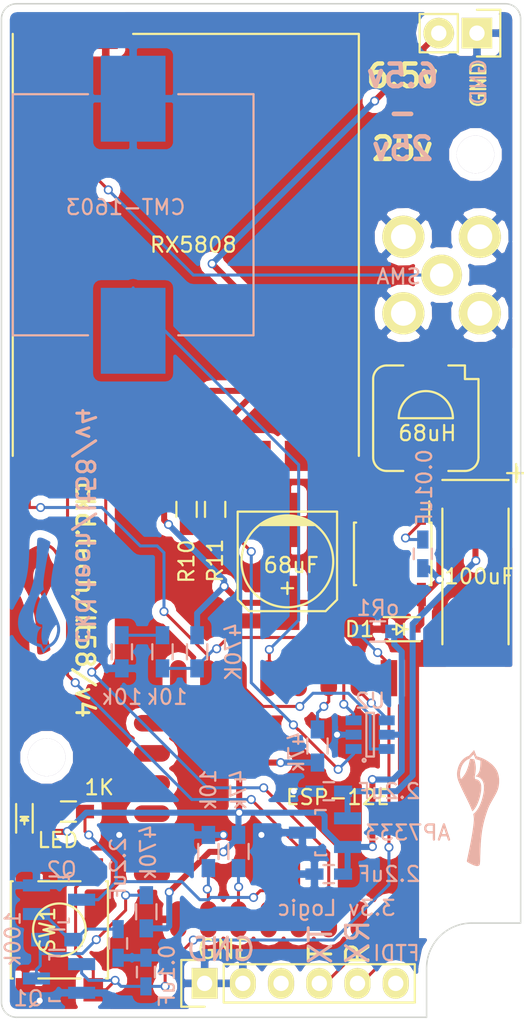
<source format=kicad_pcb>
(kicad_pcb (version 4) (host pcbnew "(2015-11-03 BZR 6296)-product")
  (layers (0 F.Cu signal hide) (31 B.Cu signal) (34 B.Paste user) (35 F.Paste user) (36 B.SilkS user) (37 F.SilkS user) (38 B.Mask user) (39 F.Mask user) (44 Edge.Cuts user))
  (net 0 "")
  (net 1 /ESP-Reset/RESET)
  (net 2 GNDPWR)
  (net 3 "Net-(C2-Pad1)")
  (net 4 +5V)
  (net 5 +3V3)
  (net 6 "Net-(CB1-Pad1)")
  (net 7 +BATT)
  (net 8 "Net-(D2-Pad1)")
  (net 9 /RFIN)
  (net 10 "Net-(LS1-Pad1)")
  (net 11 /V+)
  (net 12 /TXO)
  (net 13 /RXI)
  (net 14 /DTR)
  (net 15 /ESP-Reset/GPIO0)
  (net 16 "Net-(R3-Pad1)")
  (net 17 "Net-(R5-Pad2)")
  (net 18 "Net-(R6-Pad2)")
  (net 19 "Net-(R7-Pad2)")
  (net 20 "Net-(R8-Pad2)")
  (net 21 "Net-(RF1-Pad11)")
  (net 22 "Net-(RF1-Pad10)")
  (net 23 /RSSI)
  (net 24 /CLK)
  (net 25 /LE)
  (net 26 /DATA)
  (net 27 "Net-(U1-Pad9)")
  (net 28 "Net-(U1-Pad10)")
  (net 29 "Net-(U1-Pad11)")
  (net 30 "Net-(U1-Pad12)")
  (net 31 "Net-(U1-Pad13)")
  (net 32 "Net-(U1-Pad14)")
  (net 33 /SHARED_ADC)
  (net 34 /ADC_SELECT)
  (net 35 "Net-(U3-Pad5)")
  (net 36 "/5V/3V3 Regulator/5uf")
  (net 37 "Net-(Q1-Pad3)")
  (net 38 "Net-(U1-Pad4)")
  (net 39 "Net-(R10-Pad2)")
  (module chickadee_logo:chickadee_3mm_fcu (layer B.Cu) (at 182.5 101.55 90)
    (fp_text reference G*** hide)
    (fp_text value "Chickadee 3mm" hide)
    (fp_poly (pts (xy -2.190577 1.394931) (xy -2.158906 1.394428) (xy -2.131275 1.393379) (xy -2.106176 1.39166) (xy -2.082107 1.389149) (xy -2.057561 1.385724) (xy -2.031033 1.38126) (xy -2.009069 1.377185) (xy -1.950214 1.364422) (xy -1.889117 1.348355) (xy -1.828664 1.329818) (xy -1.77174 1.309646) (xy -1.760361 1.305223) (xy -1.717183 1.28803) (xy -1.674808 1.270892) (xy -1.63285 1.25363) (xy -1.59092 1.236063) (xy -1.548631 1.218011) (xy -1.505596 1.199293) (xy -1.461427 1.179729) (xy -1.415735 1.159138) (xy -1.368134 1.137341) (xy -1.318236 1.114156) (xy -1.265653 1.089403) (xy -1.209997 1.062901) (xy -1.150882 1.034472) (xy -1.087918 1.003933) (xy -1.02072 0.971104) (xy -0.948898 0.935806) (xy -0.872065 0.897857) (xy -0.789834 0.857077) (xy -0.701817 0.813286) (xy -0.679097 0.801963) (xy -0.600817 0.763019) (xy -0.528298 0.72712) (xy -0.461051 0.694039) (xy -0.398585 0.663552) (xy -0.340411 0.635433) (xy -0.286038 0.609455) (xy -0.234976 0.585394) (xy -0.186735 0.563022) (xy -0.140825 0.542115) (xy -0.096756 0.522447) (xy -0.054038 0.503792) (xy -0.012181 0.485924) (xy 0.029306 0.468618) (xy 0.070912 0.451647) (xy 0.113128 0.434787) (xy 0.146403 0.421719) (xy 0.169926 0.412482) (xy 0.191319 0.403963) (xy 0.209688 0.396527) (xy 0.224143 0.39054) (xy 0.233791 0.386365) (xy 0.237732 0.384376) (xy 0.237199 0.380281) (xy 0.231987 0.372263) (xy 0.222739 0.361032) (xy 0.2101 0.347296) (xy 0.194712 0.331764) (xy 0.177219 0.315145) (xy 0.164178 0.303343) (xy 0.096199 0.247242) (xy 0.021764 0.193747) (xy -0.059006 0.142914) (xy -0.145989 0.0948) (xy -0.239062 0.049462) (xy -0.338103 0.006957) (xy -0.442991 -0.032658) (xy -0.553602 -0.069327) (xy -0.669815 -0.102992) (xy -0.756708 -0.125296) (xy -0.857303 -0.148538) (xy -0.952291 -0.167867) (xy -1.041919 -0.183303) (xy -1.126439 -0.194868) (xy -1.206099 -0.20258) (xy -1.281149 -0.206462) (xy -1.351837 -0.206535) (xy -1.418413 -0.202818) (xy -1.481126 -0.195332) (xy -1.518918 -0.18866) (xy -1.57955 -0.173748) (xy -1.634906 -0.154367) (xy -1.684914 -0.13059) (xy -1.729501 -0.102491) (xy -1.768596 -0.070142) (xy -1.802127 -0.033617) (xy -1.830021 0.007012) (xy -1.852205 0.051671) (xy -1.868608 0.100287) (xy -1.879158 0.152786) (xy -1.882097 0.17906) (xy -1.882915 0.190167) (xy -1.883851 0.198302) (xy -1.885889 0.204006) (xy -1.890009 0.207822) (xy -1.897194 0.21029) (xy -1.908425 0.211954) (xy -1.924685 0.213354) (xy -1.946955 0.215033) (xy -1.947333 0.215063) (xy -1.974885 0.21729) (xy -1.996056 0.219184) (xy -2.011509 0.220834) (xy -2.021906 0.222327) (xy -2.02791 0.223751) (xy -2.030183 0.225193) (xy -2.030082 0.226026) (xy -2.032027 0.227335) (xy -2.038861 0.22756) (xy -2.048532 0.226886) (xy -2.05899 0.225503) (xy -2.068183 0.223597) (xy -2.072569 0.222141) (xy -2.078077 0.220624) (xy -2.089384 0.218164) (xy -2.105331 0.214992) (xy -2.124759 0.211335) (xy -2.146511 0.207422) (xy -2.151944 0.206471) (xy -2.23343 0.192964) (xy -2.310846 0.181591) (xy -2.386734 0.172013) (xy -2.463633 0.163891) (xy -2.487083 0.161706) (xy -2.509513 0.160112) (xy -2.536719 0.158879) (xy -2.567348 0.158007) (xy -2.600049 0.157496) (xy -2.633471 0.157348) (xy -2.666262 0.157562) (xy -2.69707 0.158139) (xy -2.724545 0.15908) (xy -2.747334 0.160385) (xy -2.760486 0.161598) (xy -2.833314 0.171253) (xy -2.904171 0.18314) (xy -2.974932 0.197651) (xy -3.047473 0.215178) (xy -3.123669 0.23611) (xy -3.139143 0.240632) (xy -3.161757 0.247425) (xy -3.178423 0.252778) (xy -3.190018 0.257041) (xy -3.197422 0.260562) (xy -3.20151 0.263691) (xy -3.202943 0.266032) (xy -3.203909 0.271145) (xy -3.205491 0.282439) (xy -3.20759 0.299075) (xy -3.210105 0.320217) (xy -3.212937 0.345025) (xy -3.215987 0.372662) (xy -3.219082 0.401608) (xy -3.222679 0.435601) (xy -3.225565 0.463243) (xy -3.227688 0.485209) (xy -3.228999 0.50217) (xy -3.229447 0.514802) (xy -3.228982 0.523777) (xy -3.227553 0.52977) (xy -3.22511 0.533453) (xy -3.221603 0.535501) (xy -3.216982 0.536587) (xy -3.211195 0.537385) (xy -3.208909 0.537717) (xy -3.197663 0.539746) (xy -3.180611 0.543203) (xy -3.158807 0.547849) (xy -3.1333 0.553445) (xy -3.105142 0.559751) (xy -3.075385 0.566529) (xy -3.045079 0.573539) (xy -3.015275 0.580543) (xy -2.987025 0.5873) (xy -2.96138 0.593573) (xy -2.942167 0.598407) (xy -2.839538 0.625766) (xy -2.743547 0.653603) (xy -2.653787 0.682055) (xy -2.569847 0.711258) (xy -2.49132 0.74135) (xy -2.417797 0.772466) (xy -2.405944 0.777787) (xy -2.33527 0.81224) (xy -2.2633 0.851978) (xy -2.191754 0.895908) (xy -2.122352 0.942934) (xy -2.05681 0.991963) (xy -2.012597 1.028214) (xy -1.994935 1.043577) (xy -1.976602 1.059988) (xy -1.958316 1.076756) (xy -1.940794 1.09319) (xy -1.924751 1.108599) (xy -1.910905 1.122291) (xy -1.899973 1.133576) (xy -1.892671 1.141762) (xy -1.889717 1.146159) (xy -1.889781 1.146632) (xy -1.895886 1.149881) (xy -1.907863 1.154203) (xy -1.924653 1.159337) (xy -1.945199 1.16502) (xy -1.968444 1.170989) (xy -1.99333 1.176981) (xy -2.018801 1.182735) (xy -2.043799 1.187987) (xy -2.067268 1.192474) (xy -2.088148 1.195935) (xy -2.088444 1.195979) (xy -2.143487 1.202523) (xy -2.197821 1.205577) (xy -2.252961 1.205107) (xy -2.310419 1.201077) (xy -2.371711 1.193452) (xy -2.401539 1.188739) (xy -2.494796 1.17015) (xy -2.584229 1.146293) (xy -2.669623 1.117275) (xy -2.750766 1.083203) (xy -2.827443 1.044182) (xy -2.899442 1.000319) (xy -2.966549 0.95172) (xy -3.028551 0.898491) (xy -3.072051 0.855085) (xy -3.114426 0.806444) (xy -3.152464 0.755667) (xy -3.185507 0.70377) (xy -3.212895 0.65177) (xy -3.230344 0.610645) (xy -3.23532 0.598231) (xy -3.239944 0.588063) (xy -3.243211 0.582348) (xy -3.246468 0.579042) (xy -3.254369 0.57133) (xy -3.266439 0.559666) (xy -3.282207 0.544504) (xy -3.301199 0.526296) (xy -3.322943 0.505496) (xy -3.346966 0.482558) (xy -3.372795 0.457935) (xy -3.391958 0.439691) (xy -3.418659 0.414263) (xy -3.443792 0.390288) (xy -3.466896 0.368206) (xy -3.487514 0.34846) (xy -3.505187 0.331487) (xy -3.519455 0.31773) (xy -3.529861 0.307629) (xy -3.535945 0.301624) (xy -3.537393 0.300078) (xy -3.534428 0.298301) (xy -3.525616 0.293948) (xy -3.511564 0.287299) (xy -3.492877 0.278632) (xy -3.470164 0.268227) (xy -3.444028 0.256363) (xy -3.415077 0.243317) (xy -3.383917 0.22937) (xy -3.376532 0.226077) (xy -3.214874 0.154058) (xy -3.198019 0.093786) (xy -3.189906 0.065801) (xy -3.180059 0.033466) (xy -3.169084 -0.001347) (xy -3.157589 -0.036762) (xy -3.146183 -0.070907) (xy -3.135473 -0.101907) (xy -3.126489 -0.126757) (xy -3.121041 -0.140443) (xy -3.116521 -0.148917) (xy -3.111864 -0.153733) (xy -3.10617 -0.156392) (xy -3.098868 -0.157558) (xy -3.085547 -0.158496) (xy -3.06724 -0.159209) (xy -3.04498 -0.159697) (xy -3.019799 -0.159965) (xy -2.992731 -0.160013) (xy -2.964808 -0.159845) (xy -2.937063 -0.159461) (xy -2.910528 -0.158866) (xy -2.886237 -0.15806) (xy -2.865223 -0.157046) (xy -2.848681 -0.155841) (xy -2.685739 -0.138212) (xy -2.585861 -0.124838) (xy -2.543141 -0.1184) (xy -2.506322 -0.1121) (xy -2.474266 -0.105624) (xy -2.445833 -0.098661) (xy -2.419884 -0.090899) (xy -2.395279 -0.082025) (xy -2.370878 -0.071727) (xy -2.345543 -0.059694) (xy -2.342444 -0.058147) (xy -2.286885 -0.026813) (xy -2.232336 0.010789) (xy -2.179767 0.053872) (xy -2.130148 0.101647) (xy -2.089686 0.146958) (xy -2.071653 0.168681) (xy -2.069252 0.143431) (xy -2.062225 0.096009) (xy -2.050319 0.046832) (xy -2.034198 -0.002224) (xy -2.014523 -0.049282) (xy -1.991958 -0.092463) (xy -1.978281 -0.114289) (xy -1.94066 -0.164006) (xy -1.897859 -0.209003) (xy -1.849963 -0.249251) (xy -1.797063 -0.284723) (xy -1.739243 -0.315389) (xy -1.676594 -0.341223) (xy -1.609201 -0.362197) (xy -1.537152 -0.378282) (xy -1.460535 -0.389451) (xy -1.379438 -0.395676) (xy -1.293947 -0.396929) (xy -1.204152 -0.393182) (xy -1.125361 -0.386139) (xy -1.052218 -0.376822) (xy -0.974125 -0.364509) (xy -0.892379 -0.349481) (xy -0.808276 -0.332024) (xy -0.723113 -0.312418) (xy -0.638187 -0.290949) (xy -0.554795 -0.267899) (xy -0.478014 -0.244745) (xy -0.38054 -0.212112) (xy -0.286214 -0.17667) (xy -0.195387 -0.138629) (xy -0.108408 -0.098203) (xy -0.025628 -0.0556) (xy 0.052604 -0.011034) (xy 0.125937 0.035286) (xy 0.194021 0.083147) (xy 0.256506 0.132339) (xy 0.313041 0.18265) (xy 0.363278 0.233869) (xy 0.406865 0.285785) (xy 0.411516 0.291897) (xy 0.421132 0.304324) (xy 0.427892 0.311896) (xy 0.432929 0.315578) (xy 0.437377 0.316336) (xy 0.439726 0.315921) (xy 0.459163 0.311612) (xy 0.48424 0.30693) (xy 0.513568 0.302078) (xy 0.545757 0.297263) (xy 0.579415 0.292687) (xy 0.613152 0.288557) (xy 0.645578 0.285077) (xy 0.656167 0.284068) (xy 0.687905 0.281538) (xy 0.719888 0.279816) (xy 0.752791 0.278933) (xy 0.78729 0.27892) (xy 0.82406 0.279806) (xy 0.863775 0.281623) (xy 0.907113 0.284401) (xy 0.954746 0.288171) (xy 1.007352 0.292963) (xy 1.065605 0.298808) (xy 1.127125 0.3054) (xy 1.216165 0.315763) (xy 1.311639 0.327982) (xy 1.413193 0.341993) (xy 1.520469 0.357731) (xy 1.633115 0.375132) (xy 1.750774 0.394133) (xy 1.873091 0.414668) (xy 1.999712 0.436674) (xy 2.13028 0.460086) (xy 2.264441 0.48484) (xy 2.40184 0.510872) (xy 2.542121 0.538118) (xy 2.68493 0.566514) (xy 2.829911 0.595994) (xy 2.976709 0.626495) (xy 3.124969 0.657954) (xy 3.274335 0.690304) (xy 3.361972 0.709592) (xy 3.406466 0.719446) (xy 3.444684 0.727733) (xy 3.477258 0.73432) (xy 3.504823 0.739072) (xy 3.528011 0.741854) (xy 3.547455 0.742532) (xy 3.563788 0.740972) (xy 3.577642 0.737038) (xy 3.589652 0.730596) (xy 3.600449 0.721512) (xy 3.610667 0.709652) (xy 3.620938 0.69488) (xy 3.631896 0.677062) (xy 3.644174 0.656064) (xy 3.648453 0.648705) (xy 3.685722 0.582928) (xy 3.720654 0.517678) (xy 3.752855 0.453786) (xy 3.781929 0.392085) (xy 3.807481 0.333406) (xy 3.829117 0.278581) (xy 3.842982 0.239141) (xy 3.858442 0.186728) (xy 3.869158 0.137816) (xy 3.875158 0.092633) (xy 3.876469 0.051406) (xy 3.873119 0.014365) (xy 3.865134 -0.018262) (xy 3.852543 -0.046247) (xy 3.835372 -0.069362) (xy 3.813649 -0.087378) (xy 3.803124 -0.093395) (xy 3.792991 -0.098154) (xy 3.781941 -0.102524) (xy 3.769615 -0.106533) (xy 3.755657 -0.110209) (xy 3.739709 -0.113581) (xy 3.721413 -0.116677) (xy 3.700414 -0.119524) (xy 3.676352 -0.122152) (xy 3.648872 -0.124587) (xy 3.617615 -0.126859) (xy 3.582225 -0.128995) (xy 3.542343 -0.131023) (xy 3.497613 -0.132973) (xy 3.447677 -0.134871) (xy 3.392178 -0.136746) (xy 3.330759 -0.138626) (xy 3.263062 -0.14054) (xy 3.188731 -0.142515) (xy 3.175 -0.142869) (xy 3.052923 -0.146207) (xy 2.937344 -0.149786) (xy 2.827707 -0.153639) (xy 2.723456 -0.157794) (xy 2.624037 -0.162284) (xy 2.528895 -0.167138) (xy 2.437474 -0.172388) (xy 2.349219 -0.178064) (xy 2.263574 -0.184196) (xy 2.179985 -0.190816) (xy 2.097897 -0.197954) (xy 2.016754 -0.20564) (xy 1.989667 -0.208345) (xy 1.860967 -0.222177) (xy 1.736502 -0.237273) (xy 1.615523 -0.253805) (xy 1.497281 -0.271941) (xy 1.381028 -0.291851) (xy 1.266016 -0.313705) (xy 1.151496 -0.337671) (xy 1.036721 -0.36392) (xy 0.920941 -0.39262) (xy 0.803408 -0.423942) (xy 0.683373 -0.458054) (xy 0.56009 -0.495127) (xy 0.432808 -0.535329) (xy 0.30078 -0.57883) (xy 0.195792 -0.614551) (xy 0.145932 -0.632059) (xy 0.0984 -0.649485) (xy 0.052527 -0.66715) (xy 0.007643 -0.685374) (xy -0.03692 -0.704476) (xy -0.081833 -0.724779) (xy -0.127765 -0.746601) (xy -0.175385 -0.770263) (xy -0.225363 -0.796085) (xy -0.278367 -0.824388) (xy -0.335068 -0.855492) (xy -0.396135 -0.889717) (xy -0.462237 -0.927384) (xy -0.483306 -0.939493) (xy -0.541927 -0.973223) (xy -0.594898 -1.003651) (xy -0.642666 -1.031025) (xy -0.685679 -1.055591) (xy -0.724384 -1.077596) (xy -0.759229 -1.097287) (xy -0.790662 -1.11491) (xy -0.81913 -1.130714) (xy -0.845081 -1.144944) (xy -0.868963 -1.157848) (xy -0.891223 -1.169672) (xy -0.912308 -1.180664) (xy -0.932668 -1.19107) (xy -0.952748 -1.201138) (xy -0.972997 -1.211113) (xy -0.993862 -1.221244) (xy -0.995694 -1.222128) (xy -1.063133 -1.253565) (xy -1.12675 -1.280819) (xy -1.187918 -1.304282) (xy -1.248008 -1.324345) (xy -1.308391 -1.341402) (xy -1.37044 -1.355844) (xy -1.435526 -1.368064) (xy -1.505022 -1.378454) (xy -1.569861 -1.386279) (xy -1.610848 -1.390039) (xy -1.656794 -1.392999) (xy -1.705642 -1.395105) (xy -1.755337 -1.396301) (xy -1.803821 -1.396532) (xy -1.849038 -1.395744) (xy -1.878542 -1.394508) (xy -1.958088 -1.387865) (xy -2.038544 -1.376743) (xy -2.118722 -1.361443) (xy -2.197433 -1.342263) (xy -2.273489 -1.319501) (xy -2.345702 -1.293456) (xy -2.412884 -1.264427) (xy -2.430992 -1.255625) (xy -2.511972 -1.211372) (xy -2.591194 -1.160408) (xy -2.668518 -1.102893) (xy -2.743805 -1.038983) (xy -2.816914 -0.968836) (xy -2.887705 -0.89261) (xy -2.95604 -0.810463) (xy -3.021777 -0.722552) (xy -3.084778 -0.629036) (xy -3.144903 -0.53007) (xy -3.202011 -0.425814) (xy -3.247103 -0.335201) (xy -3.265441 -0.295287) (xy -3.283063 -0.253922) (xy -3.300474 -0.209814) (xy -3.318181 -0.161672) (xy -3.33669 -0.108204) (xy -3.341035 -0.09525) (xy -3.348704 -0.071804) (xy -3.356807 -0.046214) (xy -3.364992 -0.019673) (xy -3.372907 0.006627) (xy -3.380199 0.031492) (xy -3.386515 0.053731) (xy -3.391504 0.072152) (xy -3.394813 0.08556) (xy -3.395622 0.089442) (xy -3.397791 0.101004) (xy -3.602405 0.183572) (xy -3.638385 0.198117) (xy -3.672393 0.211915) (xy -3.703868 0.224734) (xy -3.732252 0.236346) (xy -3.756986 0.24652) (xy -3.77751 0.255026) (xy -3.793266 0.261633) (xy -3.803693 0.266111) (xy -3.808232 0.268231) (xy -3.808381 0.268344) (xy -3.80604 0.270994) (xy -3.798838 0.27795) (xy -3.787188 0.288837) (xy -3.771505 0.303276) (xy -3.752203 0.320892) (xy -3.729696 0.341306) (xy -3.704399 0.364141) (xy -3.676726 0.389021) (xy -3.647091 0.415568) (xy -3.621714 0.438231) (xy -3.585698 0.47036) (xy -3.554584 0.498154) (xy -3.528002 0.521967) (xy -3.505585 0.542152) (xy -3.486962 0.559065) (xy -3.471765 0.573058) (xy -3.459624 0.584487) (xy -3.45017 0.593706) (xy -3.443035 0.601069) (xy -3.437848 0.606929) (xy -3.434241 0.611642) (xy -3.431844 0.615561) (xy -3.430288 0.619041) (xy -3.429205 0.622435) (xy -3.429021 0.623103) (xy -3.422612 0.643652) (xy -3.41351 0.668602) (xy -3.40244 0.696184) (xy -3.390126 0.724625) (xy -3.377295 0.752157) (xy -3.3707 0.765446) (xy -3.338251 0.823655) (xy -3.301023 0.87978) (xy -3.258334 0.934751) (xy -3.209501 0.989498) (xy -3.196358 1.003151) (xy -3.140849 1.05669) (xy -3.083569 1.105173) (xy -3.023315 1.149469) (xy -2.958883 1.190443) (xy -2.889069 1.228963) (xy -2.868083 1.23958) (xy -2.800029 1.271452) (xy -2.732015 1.299287) (xy -2.662813 1.323459) (xy -2.591193 1.344341) (xy -2.515928 1.362308) (xy -2.435788 1.377732) (xy -2.38932 1.385248) (xy -2.369484 1.388168) (xy -2.352156 1.390434) (xy -2.335939 1.39213) (xy -2.319438 1.393341) (xy -2.301258 1.394152) (xy -2.280002 1.394645) (xy -2.254276 1.394906) (xy -2.227792 1.395009) (xy -2.190577 1.394931)) (layer B.Cu) (width 0.01))
  )
  (module Mounting_Holes:MountingHole_2-5mm (layer F.Cu) (at 183 112.25)
    (fp_text reference REF** hide)
    (fp_text value MountingHole_2-5mm)
    (pad 1 thru_hole circle (at 0 0) (size 2.5 2.5) (drill 2.5) (layers))
  )
  (module Housings_SOT-23_SOT-143_TSOT-6:SOT-23_Handsoldering (layer B.Cu) (at 183.825 121.7 90)
    (fp_text reference Q2 (at 2 0.175 180) (layer B.SilkS) (effects (justify mirror)))
    (fp_text value Q_NMOS_GSD hide)
    (pad 1 smd rect (at -0.95 -1.50114 90) (size 0.8001 1.80086) (layers B.Cu B.Paste B.Mask) (net 3 "Net-(C2-Pad1)"))
    (pad 2 smd rect (at 0.95 -1.50114 90) (size 0.8001 1.80086) (layers B.Cu B.Paste B.Mask) (net 2 GNDPWR))
    (pad 3 smd rect (at 0 1.50114 90) (size 0.8001 1.80086) (layers B.Cu B.Paste B.Mask) (net 15 /ESP-Reset/GPIO0))
  )
  (module Housings_SOT-23_SOT-143_TSOT-6:SOT-23_Handsoldering (layer B.Cu) (at 183.825 126.925 270)
    (fp_text reference Q1 (at 1.325 2.025 360) (layer B.SilkS) (effects (justify mirror)))
    (fp_text value Q_NMOS_GSD hide)
    (pad 1 smd rect (at -0.95 -1.50114 270) (size 0.8001 1.80086) (layers B.Cu B.Paste B.Mask) (net 1 /ESP-Reset/RESET))
    (pad 2 smd rect (at 0.95 -1.50114 270) (size 0.8001 1.80086) (layers B.Cu B.Paste B.Mask) (net 2 GNDPWR))
    (pad 3 smd rect (at 0 1.50114 270) (size 0.8001 1.80086) (layers B.Cu B.Paste B.Mask) (net 37 "Net-(Q1-Pad3)"))
  )
  (module Capacitors_SMD:C_0603_HandSoldering (layer B.Cu) (at 189.6 126.5 90)
    (fp_text reference C1 hide)
    (fp_text value 0.1uF (at -0.25 1.4 90) (layer B.SilkS) (effects (justify mirror)))
    (pad 1 smd rect (at -0.95 0 90) (size 1.2 0.75) (layers B.Cu B.Paste B.Mask) (net 1 /ESP-Reset/RESET))
    (pad 2 smd rect (at 0.95 0 90) (size 1.2 0.75) (layers B.Cu B.Paste B.Mask) (net 2 GNDPWR))
  )
  (module Capacitors_SMD:C_0603_HandSoldering (layer B.Cu) (at 187.75 124.6 270)
    (fp_text reference C2 hide)
    (fp_text value 2.2uF (at -4.95 0 270) (layer B.SilkS) (effects (justify mirror)))
    (pad 1 smd rect (at -0.95 0 270) (size 1.2 0.75) (layers B.Cu B.Paste B.Mask) (net 3 "Net-(C2-Pad1)"))
    (pad 2 smd rect (at 0.95 0 270) (size 1.2 0.75) (layers B.Cu B.Paste B.Mask) (net 2 GNDPWR))
  )
  (module Capacitors_SMD:C_0603_HandSoldering (layer B.Cu) (at 201.75 114.5 180)
    (fp_text reference C3 hide)
    (fp_text value 2.2uF (at -4 0 180) (layer B.SilkS) (effects (justify mirror)))
    (pad 1 smd rect (at -0.95 0 180) (size 1.2 0.75) (layers B.Cu B.Paste B.Mask) (net 4 +5V))
    (pad 2 smd rect (at 0.95 0 180) (size 1.2 0.75) (layers B.Cu B.Paste B.Mask) (net 2 GNDPWR))
  )
  (module Capacitors_SMD:C_0603_HandSoldering (layer B.Cu) (at 201.75 120 180)
    (fp_text reference C4 hide)
    (fp_text value 2.2uF (at -4 0 180) (layer B.SilkS) (effects (justify mirror)))
    (pad 1 smd rect (at -0.95 0 180) (size 1.2 0.75) (layers B.Cu B.Paste B.Mask) (net 5 +3V3))
    (pad 2 smd rect (at 0.95 0 180) (size 1.2 0.75) (layers B.Cu B.Paste B.Mask) (net 2 GNDPWR))
  )
  (module Capacitors_SMD:C_0603_HandSoldering (layer B.Cu) (at 208 98.75 270)
    (fp_text reference CB1 hide)
    (fp_text value 0.01uF (at -4.4 -0.1 270) (layer B.SilkS) (effects (justify mirror)))
    (pad 1 smd rect (at -0.95 0 270) (size 1.2 0.75) (layers B.Cu B.Paste B.Mask) (net 6 "Net-(CB1-Pad1)"))
    (pad 2 smd rect (at 0.95 0 270) (size 1.2 0.75) (layers B.Cu B.Paste B.Mask) (net 36 "/5V/3V3 Regulator/5uf"))
  )
  (module Capacitors_SMD:c_elec_6.3x7.7 (layer F.Cu) (at 199 99.25 270)
    (fp_text reference Cin1 hide)
    (fp_text value 68uF (at 0.25 -0.25 360) (layer F.SilkS))
    (pad 1 smd rect (at 2.75082 0 270) (size 3.59918 1.6002) (layers F.Cu F.Paste F.Mask) (net 7 +BATT))
    (pad 2 smd rect (at -2.75082 0 270) (size 3.59918 1.6002) (layers F.Cu F.Paste F.Mask) (net 2 GNDPWR))
  )
  (module Capacitors_Tantalum_SMD:TantalC_SizeD_EIA-7343_HandSoldering (layer F.Cu) (at 211.5 100.25 270)
    (fp_text reference Cout1 hide)
    (fp_text value 100uF (at 0 -0.25 360) (layer F.SilkS))
    (fp_text user + (at -6.85546 -2.70002 270) (layer F.SilkS))
    (pad 2 smd rect (at 3.88874 0 270) (size 4.0005 2.70002) (layers F.Cu F.Paste F.Mask) (net 2 GNDPWR))
    (pad 1 smd rect (at -3.88874 0 270) (size 4.0005 2.70002) (layers F.Cu F.Paste F.Mask) (net 4 +5V))
  )
  (module Diodes_SMD:SOD-323 (layer F.Cu) (at 206.5 103.75 180)
    (fp_text reference D1 (at 2.7 0 180) (layer F.SilkS))
    (fp_text value SD103BWS-TP hide)
    (pad 1 smd rect (at -1.055 0 180) (size 0.59 0.45) (layers F.Cu F.Paste F.Mask) (net 36 "/5V/3V3 Regulator/5uf"))
    (pad 2 smd rect (at 1.055 0 180) (size 0.59 0.45) (layers F.Cu F.Paste F.Mask) (net 2 GNDPWR))
  )
  (module LEDs:LED-0603 (layer F.Cu) (at 181.525 116.45 270)
    (fp_text reference D2 hide)
    (fp_text value LED (at 1.3 -2.225 360) (layer F.SilkS))
    (pad 2 smd rect (at 0.7493 0 90) (size 0.79756 0.79756) (layers F.Cu F.Paste F.Mask) (net 5 +3V3))
    (pad 1 smd rect (at -0.7493 0 90) (size 0.79756 0.79756) (layers F.Cu F.Paste F.Mask) (net 8 "Net-(D2-Pad1)"))
  )
  (module sma-jack:SMA-Jack-Straight (layer F.Cu) (at 209.25 80.25)
    (fp_text reference J1 hide)
    (fp_text value SMA (at -2.85 0.1) (layer B.SilkS) (effects (justify mirror)))
    (pad 2 thru_hole circle (at -2.54 -2.54) (size 2.8 2.8) (drill 1.65) (layers *.Cu *.Mask F.SilkS) (net 2 GNDPWR))
    (pad 5 thru_hole circle (at -2.54 2.54) (size 2.8 2.8) (drill 1.65) (layers *.Cu *.Mask F.SilkS) (net 2 GNDPWR))
    (pad 4 thru_hole circle (at 2.54 2.54) (size 2.8 2.8) (drill 1.65) (layers *.Cu *.Mask F.SilkS) (net 2 GNDPWR))
    (pad 3 thru_hole circle (at 2.54 -2.54) (size 2.8 2.8) (drill 1.65) (layers *.Cu *.Mask F.SilkS) (net 2 GNDPWR))
    (pad 1 thru_hole circle (at 0 0) (size 2.7 2.7) (drill 1.55) (layers *.Cu *.Mask F.SilkS) (net 9 /RFIN))
  )
  (module slf7032:SLF7032 (layer F.Cu) (at 208.2 89.75 270)
    (fp_text reference L1 hide)
    (fp_text value 68uH (at 1 -0.1 540) (layer F.SilkS))
    (pad 1 smd rect (at -3.15 0 270) (size 1.5 2.2) (layers F.Cu F.Paste F.Mask) (net 4 +5V))
    (pad 2 smd rect (at 3.15 0 270) (size 1.5 2.2) (layers F.Cu F.Paste F.Mask) (net 36 "/5V/3V3 Regulator/5uf"))
  )
  (module cmt-1603-smt:CMT-1603-SMT (layer B.Cu) (at 188.75 76.25 270)
    (fp_text reference LS1 hide)
    (fp_text value CMT-1603 (at -0.5 0.5 360) (layer B.SilkS) (effects (justify mirror)))
    (pad 2 smd rect (at -4.85 0 270) (size 5.7 4.3) (drill (offset -2.85 0)) (layers B.Cu B.Paste B.Mask) (net 2 GNDPWR))
    (pad 1 smd rect (at 4.85 0 270) (size 5.7 4.3) (drill (offset 2.85 0)) (layers B.Cu B.Paste B.Mask) (net 10 "Net-(LS1-Pad1)"))
  )
  (module Resistors_SMD:R_0603_HandSoldering (layer B.Cu) (at 189.625 122.5 90)
    (fp_text reference R1 hide)
    (fp_text value 470k (at 3.95 0.125 90) (layer B.SilkS) (effects (justify mirror)))
    (pad 1 smd rect (at -1.1 0 90) (size 1.2 0.9) (layers B.Cu B.Paste B.Mask) (net 5 +3V3))
    (pad 2 smd rect (at 1.1 0 90) (size 1.2 0.9) (layers B.Cu B.Paste B.Mask) (net 37 "Net-(Q1-Pad3)"))
  )
  (module Resistors_SMD:R_0603_HandSoldering (layer B.Cu) (at 183.675 124.35 180)
    (fp_text reference R2 hide)
    (fp_text value 100k (at 2.925 0.05 270) (layer B.SilkS) (effects (justify mirror)))
    (pad 1 smd rect (at -1.1 0 180) (size 1.2 0.9) (layers B.Cu B.Paste B.Mask) (net 3 "Net-(C2-Pad1)"))
    (pad 2 smd rect (at 1.1 0 180) (size 1.2 0.9) (layers B.Cu B.Paste B.Mask) (net 37 "Net-(Q1-Pad3)"))
  )
  (module Resistors_SMD:R_0603_HandSoldering (layer B.Cu) (at 201 111.5 270)
    (fp_text reference R3 hide)
    (fp_text value 47k (at 0.4 1.4 270) (layer B.SilkS) (effects (justify mirror)))
    (pad 1 smd rect (at -1.1 0 270) (size 1.2 0.9) (layers B.Cu B.Paste B.Mask) (net 16 "Net-(R3-Pad1)"))
    (pad 2 smd rect (at 1.1 0 270) (size 1.2 0.9) (layers B.Cu B.Paste B.Mask) (net 5 +3V3))
  )
  (module Resistors_SMD:R_0603_HandSoldering (layer F.Cu) (at 184.45 115.85)
    (fp_text reference R4 hide)
    (fp_text value 1K (at 2.05 -1.6) (layer F.SilkS))
    (pad 1 smd rect (at -1.1 0) (size 1.2 0.9) (layers F.Cu F.Paste F.Mask) (net 8 "Net-(D2-Pad1)"))
    (pad 2 smd rect (at 1.1 0) (size 1.2 0.9) (layers F.Cu F.Paste F.Mask) (net 15 /ESP-Reset/GPIO0))
  )
  (module Resistors_SMD:R_0603_HandSoldering (layer B.Cu) (at 195.75 118.5 270)
    (fp_text reference R5 hide)
    (fp_text value 47k (at -4.1 0 270) (layer B.SilkS) (effects (justify mirror)))
    (pad 1 smd rect (at -1.1 0 270) (size 1.2 0.9) (layers B.Cu B.Paste B.Mask) (net 5 +3V3))
    (pad 2 smd rect (at 1.1 0 270) (size 1.2 0.9) (layers B.Cu B.Paste B.Mask) (net 17 "Net-(R5-Pad2)"))
  )
  (module Resistors_SMD:R_0603_HandSoldering (layer B.Cu) (at 193.75 118.5 270)
    (fp_text reference R6 hide)
    (fp_text value 10k (at -4.1 0 270) (layer B.SilkS) (effects (justify mirror)))
    (pad 1 smd rect (at -1.1 0 270) (size 1.2 0.9) (layers B.Cu B.Paste B.Mask) (net 2 GNDPWR))
    (pad 2 smd rect (at 1.1 0 270) (size 1.2 0.9) (layers B.Cu B.Paste B.Mask) (net 18 "Net-(R6-Pad2)"))
  )
  (module Resistors_SMD:R_0603_HandSoldering (layer B.Cu) (at 193 105.25 270)
    (fp_text reference R7 hide)
    (fp_text value 470K (at 0 -2.4 270) (layer B.SilkS) (effects (justify mirror)))
    (pad 1 smd rect (at -1.1 0 270) (size 1.2 0.9) (layers B.Cu B.Paste B.Mask) (net 7 +BATT))
    (pad 2 smd rect (at 1.1 0 270) (size 1.2 0.9) (layers B.Cu B.Paste B.Mask) (net 19 "Net-(R7-Pad2)"))
  )
  (module Resistors_SMD:R_0603_HandSoldering (layer B.Cu) (at 190.7 105.25 90)
    (fp_text reference R8 hide)
    (fp_text value 10k (at -3 -2.7 360) (layer B.SilkS) (effects (justify mirror)))
    (pad 1 smd rect (at -1.1 0 90) (size 1.2 0.9) (layers B.Cu B.Paste B.Mask) (net 19 "Net-(R7-Pad2)"))
    (pad 2 smd rect (at 1.1 0 90) (size 1.2 0.9) (layers B.Cu B.Paste B.Mask) (net 20 "Net-(R8-Pad2)"))
  )
  (module Resistors_SMD:R_0603_HandSoldering (layer B.Cu) (at 188 105.25 270)
    (fp_text reference R9 hide)
    (fp_text value 10k (at 3 -3 540) (layer B.SilkS) (effects (justify mirror)))
    (pad 1 smd rect (at -1.1 0 270) (size 1.2 0.9) (layers B.Cu B.Paste B.Mask) (net 20 "Net-(R8-Pad2)"))
    (pad 2 smd rect (at 1.1 0 270) (size 1.2 0.9) (layers B.Cu B.Paste B.Mask) (net 2 GNDPWR))
  )
  (module rx5808:rx5808 (layer F.Cu) (at 192.75 78.25 270)
    (fp_text reference RF1 hide)
    (fp_text value RX5808 (at 0 0 360) (layer F.SilkS))
    (pad 3 smd rect (at -14 10.9 270) (size 2 1.6) (layers F.Cu F.Paste F.Mask) (net 2 GNDPWR))
    (pad 2 smd rect (at -14 8.36 270) (size 2 1.6) (layers F.Cu F.Paste F.Mask) (net 9 /RFIN))
    (pad 1 smd rect (at -14 5.82 270) (size 2 1.6) (layers F.Cu F.Paste F.Mask) (net 2 GNDPWR))
    (pad 12 smd rect (at 14 -9.42 270) (size 2 1.6) (layers F.Cu F.Paste F.Mask) (net 2 GNDPWR))
    (pad 11 smd rect (at 14 -6.88 270) (size 2 1.6) (layers F.Cu F.Paste F.Mask) (net 21 "Net-(RF1-Pad11)"))
    (pad 10 smd rect (at 14 -4.34 270) (size 2 1.6) (layers F.Cu F.Paste F.Mask) (net 22 "Net-(RF1-Pad10)"))
    (pad 9 smd rect (at 14 -1.8 270) (size 2 1.6) (layers F.Cu F.Paste F.Mask) (net 23 /RSSI))
    (pad 8 smd rect (at 14 0.74 270) (size 2 1.6) (layers F.Cu F.Paste F.Mask) (net 4 +5V))
    (pad 7 smd rect (at 14 3.28 270) (size 2 1.6) (layers F.Cu F.Paste F.Mask) (net 2 GNDPWR))
    (pad 6 smd rect (at 14 5.82 270) (size 2 1.6) (layers F.Cu F.Paste F.Mask) (net 24 /CLK))
    (pad 5 smd rect (at 14 8.36 270) (size 2 1.6) (layers F.Cu F.Paste F.Mask) (net 25 /LE))
    (pad 4 smd rect (at 14 10.9 270) (size 2 1.6) (layers F.Cu F.Paste F.Mask) (net 26 /DATA))
  )
  (module ESP8266:ESP-12E (layer F.Cu) (at 205.75 107 270)
    (fp_text reference U1 hide)
    (fp_text value ESP-12E (at 7.9 3.4 540) (layer F.SilkS))
    (pad 9 smd oval (at 2.99 15.75) (size 2.4 1.1) (layers F.Cu F.Paste F.Mask) (net 27 "Net-(U1-Pad9)"))
    (pad 10 smd oval (at 4.99 15.75) (size 2.4 1.1) (layers F.Cu F.Paste F.Mask) (net 28 "Net-(U1-Pad10)"))
    (pad 11 smd oval (at 6.99 15.75) (size 2.4 1.1) (layers F.Cu F.Paste F.Mask) (net 29 "Net-(U1-Pad11)"))
    (pad 12 smd oval (at 8.99 15.75) (size 2.4 1.1) (layers F.Cu F.Paste F.Mask) (net 30 "Net-(U1-Pad12)"))
    (pad 13 smd oval (at 10.99 15.75) (size 2.4 1.1) (layers F.Cu F.Paste F.Mask) (net 31 "Net-(U1-Pad13)"))
    (pad 14 smd oval (at 12.99 15.75) (size 2.4 1.1) (layers F.Cu F.Paste F.Mask) (net 32 "Net-(U1-Pad14)"))
    (pad 1 smd rect (at 0 0 270) (size 2.4 1.1) (layers F.Cu F.Paste F.Mask) (net 1 /ESP-Reset/RESET))
    (pad 2 smd oval (at 0 2 270) (size 2.4 1.1) (layers F.Cu F.Paste F.Mask) (net 33 /SHARED_ADC))
    (pad 3 smd oval (at 0 4 270) (size 2.4 1.1) (layers F.Cu F.Paste F.Mask) (net 16 "Net-(R3-Pad1)"))
    (pad 4 smd oval (at 0 6 270) (size 2.4 1.1) (layers F.Cu F.Paste F.Mask) (net 38 "Net-(U1-Pad4)"))
    (pad 5 smd oval (at 0 8 270) (size 2.4 1.1) (layers F.Cu F.Paste F.Mask) (net 10 "Net-(LS1-Pad1)"))
    (pad 6 smd oval (at 0 10 270) (size 2.4 1.1) (layers F.Cu F.Paste F.Mask) (net 34 /ADC_SELECT))
    (pad 7 smd oval (at 0 12 270) (size 2.4 1.1) (layers F.Cu F.Paste F.Mask) (net 26 /DATA))
    (pad 8 smd oval (at 0 14 270) (size 2.4 1.1) (layers F.Cu F.Paste F.Mask) (net 5 +3V3))
    (pad 15 smd oval (at 16 14 270) (size 2.4 1.1) (layers F.Cu F.Paste F.Mask) (net 2 GNDPWR))
    (pad 16 smd oval (at 16 12 270) (size 2.4 1.1) (layers F.Cu F.Paste F.Mask) (net 18 "Net-(R6-Pad2)"))
    (pad 17 smd oval (at 16 10 270) (size 2.4 1.1) (layers F.Cu F.Paste F.Mask) (net 17 "Net-(R5-Pad2)"))
    (pad 18 smd oval (at 16 8 270) (size 2.4 1.1) (layers F.Cu F.Paste F.Mask) (net 15 /ESP-Reset/GPIO0))
    (pad 19 smd oval (at 16 6 270) (size 2.4 1.1) (layers F.Cu F.Paste F.Mask) (net 25 /LE))
    (pad 20 smd oval (at 16 4 270) (size 2.4 1.1) (layers F.Cu F.Paste F.Mask) (net 24 /CLK))
    (pad 21 smd oval (at 16 2 270) (size 2.4 1.1) (layers F.Cu F.Paste F.Mask) (net 12 /TXO))
    (pad 22 smd oval (at 16 0 270) (size 2.4 1.1) (layers F.Cu F.Paste F.Mask) (net 13 /RXI))
  )
  (module Housings_SOT-23_SOT-143_TSOT-6:SOT-23-6 (layer B.Cu) (at 204.5 110.75)
    (fp_text reference U2 (at 0 -2.25) (layer B.SilkS) (effects (justify mirror)))
    (fp_text value 74LVC1G3157 hide)
    (pad 1 smd rect (at -1.1 0.95) (size 1.06 0.65) (layers B.Cu B.Paste B.Mask) (net 39 "Net-(R10-Pad2)"))
    (pad 2 smd rect (at -1.1 0) (size 1.06 0.65) (layers B.Cu B.Paste B.Mask) (net 2 GNDPWR))
    (pad 3 smd rect (at -1.1 -0.95) (size 1.06 0.65) (layers B.Cu B.Paste B.Mask) (net 19 "Net-(R7-Pad2)"))
    (pad 4 smd rect (at 1.1 -0.95) (size 1.06 0.65) (layers B.Cu B.Paste B.Mask) (net 33 /SHARED_ADC))
    (pad 6 smd rect (at 1.1 0.95) (size 1.06 0.65) (layers B.Cu B.Paste B.Mask) (net 34 /ADC_SELECT))
    (pad 5 smd rect (at 1.1 0) (size 1.06 0.65) (layers B.Cu B.Paste B.Mask) (net 5 +3V3))
  )
  (module Housings_SOIC:SOIC-8_3.9x4.9mm_Pitch1.27mm (layer F.Cu) (at 206 98.75 270)
    (fp_text reference U3 hide)
    (fp_text value LM2674M-3.3 hide)
    (pad 1 smd rect (at -2.7 -1.905 270) (size 1.55 0.6) (layers F.Cu F.Paste F.Mask) (net 6 "Net-(CB1-Pad1)"))
    (pad 2 smd rect (at -2.7 -0.635 270) (size 1.55 0.6) (layers F.Cu F.Paste F.Mask))
    (pad 3 smd rect (at -2.7 0.635 270) (size 1.55 0.6) (layers F.Cu F.Paste F.Mask))
    (pad 4 smd rect (at -2.7 1.905 270) (size 1.55 0.6) (layers F.Cu F.Paste F.Mask) (net 4 +5V))
    (pad 5 smd rect (at 2.7 1.905 270) (size 1.55 0.6) (layers F.Cu F.Paste F.Mask) (net 35 "Net-(U3-Pad5)"))
    (pad 6 smd rect (at 2.7 0.635 270) (size 1.55 0.6) (layers F.Cu F.Paste F.Mask) (net 2 GNDPWR))
    (pad 7 smd rect (at 2.7 -0.635 270) (size 1.55 0.6) (layers F.Cu F.Paste F.Mask) (net 7 +BATT))
    (pad 8 smd rect (at 2.7 -1.905 270) (size 1.55 0.6) (layers F.Cu F.Paste F.Mask) (net 36 "/5V/3V3 Regulator/5uf"))
  )
  (module Housings_SOT-23_SOT-143_TSOT-6:SOT-23_Handsoldering (layer B.Cu) (at 201.5 117.25 270)
    (fp_text reference U4 hide)
    (fp_text value AP7333 (at 0 -5.5 360) (layer B.SilkS) (effects (justify mirror)))
    (pad 1 smd rect (at -0.95 -1.50114 270) (size 0.8001 1.80086) (layers B.Cu B.Paste B.Mask) (net 4 +5V))
    (pad 2 smd rect (at 0.95 -1.50114 270) (size 0.8001 1.80086) (layers B.Cu B.Paste B.Mask) (net 5 +3V3))
    (pad 3 smd rect (at 0 1.50114 270) (size 0.8001 1.80086) (layers B.Cu B.Paste B.Mask) (net 2 GNDPWR))
  )
  (module Pin_Headers:Pin_Header_Straight_1x06 (layer F.Cu) (at 193.5 127.25 90)
    (fp_text reference P1 hide)
    (fp_text value FTDI hide)
    (pad 1 thru_hole rect (at 0 0 90) (size 2.032 1.7272) (drill 1.016) (layers *.Cu *.Mask F.SilkS) (net 2 GNDPWR))
    (pad 2 thru_hole oval (at 0 2.54 90) (size 2.032 1.7272) (drill 1.016) (layers *.Cu *.Mask F.SilkS) (net 2 GNDPWR))
    (pad 3 thru_hole oval (at 0 5.08 90) (size 2.032 1.7272) (drill 1.016) (layers *.Cu *.Mask F.SilkS) (net 11 /V+))
    (pad 4 thru_hole oval (at 0 7.62 90) (size 2.032 1.7272) (drill 1.016) (layers *.Cu *.Mask F.SilkS) (net 12 /TXO))
    (pad 5 thru_hole oval (at 0 10.16 90) (size 2.032 1.7272) (drill 1.016) (layers *.Cu *.Mask F.SilkS) (net 13 /RXI))
    (pad 6 thru_hole oval (at 0 12.7 90) (size 2.032 1.7272) (drill 1.016) (layers *.Cu *.Mask F.SilkS) (net 14 /DTR))
  )
  (module chickadee_logo:chickadee_3mm_ss (layer B.Cu) (at 211.75 115.75 270)
    (fp_text reference G*** hide)
    (fp_text value LOGO hide)
  )
  (module chickadee_logo:chickadee_3mm_fcu (layer F.Cu) (at 182.5 101.55 270)
    (fp_text reference G*** hide)
    (fp_text value "Chickadee 3mm" hide)
    (fp_poly (pts (xy -2.190577 -1.394931) (xy -2.158906 -1.394428) (xy -2.131275 -1.393379) (xy -2.106176 -1.39166) (xy -2.082107 -1.389149) (xy -2.057561 -1.385724) (xy -2.031033 -1.38126) (xy -2.009069 -1.377185) (xy -1.950214 -1.364422) (xy -1.889117 -1.348355) (xy -1.828664 -1.329818) (xy -1.77174 -1.309646) (xy -1.760361 -1.305223) (xy -1.717183 -1.28803) (xy -1.674808 -1.270892) (xy -1.63285 -1.25363) (xy -1.59092 -1.236063) (xy -1.548631 -1.218011) (xy -1.505596 -1.199293) (xy -1.461427 -1.179729) (xy -1.415735 -1.159138) (xy -1.368134 -1.137341) (xy -1.318236 -1.114156) (xy -1.265653 -1.089403) (xy -1.209997 -1.062901) (xy -1.150882 -1.034472) (xy -1.087918 -1.003933) (xy -1.02072 -0.971104) (xy -0.948898 -0.935806) (xy -0.872065 -0.897857) (xy -0.789834 -0.857077) (xy -0.701817 -0.813286) (xy -0.679097 -0.801963) (xy -0.600817 -0.763019) (xy -0.528298 -0.72712) (xy -0.461051 -0.694039) (xy -0.398585 -0.663552) (xy -0.340411 -0.635433) (xy -0.286038 -0.609455) (xy -0.234976 -0.585394) (xy -0.186735 -0.563022) (xy -0.140825 -0.542115) (xy -0.096756 -0.522447) (xy -0.054038 -0.503792) (xy -0.012181 -0.485924) (xy 0.029306 -0.468618) (xy 0.070912 -0.451647) (xy 0.113128 -0.434787) (xy 0.146403 -0.421719) (xy 0.169926 -0.412482) (xy 0.191319 -0.403963) (xy 0.209688 -0.396527) (xy 0.224143 -0.39054) (xy 0.233791 -0.386365) (xy 0.237732 -0.384376) (xy 0.237199 -0.380281) (xy 0.231987 -0.372263) (xy 0.222739 -0.361032) (xy 0.2101 -0.347296) (xy 0.194712 -0.331764) (xy 0.177219 -0.315145) (xy 0.164178 -0.303343) (xy 0.096199 -0.247242) (xy 0.021764 -0.193747) (xy -0.059006 -0.142914) (xy -0.145989 -0.0948) (xy -0.239062 -0.049462) (xy -0.338103 -0.006957) (xy -0.442991 0.032658) (xy -0.553602 0.069327) (xy -0.669815 0.102992) (xy -0.756708 0.125296) (xy -0.857303 0.148538) (xy -0.952291 0.167867) (xy -1.041919 0.183303) (xy -1.126439 0.194868) (xy -1.206099 0.20258) (xy -1.281149 0.206462) (xy -1.351837 0.206535) (xy -1.418413 0.202818) (xy -1.481126 0.195332) (xy -1.518918 0.18866) (xy -1.57955 0.173748) (xy -1.634906 0.154367) (xy -1.684914 0.13059) (xy -1.729501 0.102491) (xy -1.768596 0.070142) (xy -1.802127 0.033617) (xy -1.830021 -0.007012) (xy -1.852205 -0.051671) (xy -1.868608 -0.100287) (xy -1.879158 -0.152786) (xy -1.882097 -0.17906) (xy -1.882915 -0.190167) (xy -1.883851 -0.198302) (xy -1.885889 -0.204006) (xy -1.890009 -0.207822) (xy -1.897194 -0.21029) (xy -1.908425 -0.211954) (xy -1.924685 -0.213354) (xy -1.946955 -0.215033) (xy -1.947333 -0.215063) (xy -1.974885 -0.21729) (xy -1.996056 -0.219184) (xy -2.011509 -0.220834) (xy -2.021906 -0.222327) (xy -2.02791 -0.223751) (xy -2.030183 -0.225193) (xy -2.030082 -0.226026) (xy -2.032027 -0.227335) (xy -2.038861 -0.22756) (xy -2.048532 -0.226886) (xy -2.05899 -0.225503) (xy -2.068183 -0.223597) (xy -2.072569 -0.222141) (xy -2.078077 -0.220624) (xy -2.089384 -0.218164) (xy -2.105331 -0.214992) (xy -2.124759 -0.211335) (xy -2.146511 -0.207422) (xy -2.151944 -0.206471) (xy -2.23343 -0.192964) (xy -2.310846 -0.181591) (xy -2.386734 -0.172013) (xy -2.463633 -0.163891) (xy -2.487083 -0.161706) (xy -2.509513 -0.160112) (xy -2.536719 -0.158879) (xy -2.567348 -0.158007) (xy -2.600049 -0.157496) (xy -2.633471 -0.157348) (xy -2.666262 -0.157562) (xy -2.69707 -0.158139) (xy -2.724545 -0.15908) (xy -2.747334 -0.160385) (xy -2.760486 -0.161598) (xy -2.833314 -0.171253) (xy -2.904171 -0.18314) (xy -2.974932 -0.197651) (xy -3.047473 -0.215178) (xy -3.123669 -0.23611) (xy -3.139143 -0.240632) (xy -3.161757 -0.247425) (xy -3.178423 -0.252778) (xy -3.190018 -0.257041) (xy -3.197422 -0.260562) (xy -3.20151 -0.263691) (xy -3.202943 -0.266032) (xy -3.203909 -0.271145) (xy -3.205491 -0.282439) (xy -3.20759 -0.299075) (xy -3.210105 -0.320217) (xy -3.212937 -0.345025) (xy -3.215987 -0.372662) (xy -3.219082 -0.401608) (xy -3.222679 -0.435601) (xy -3.225565 -0.463243) (xy -3.227688 -0.485209) (xy -3.228999 -0.50217) (xy -3.229447 -0.514802) (xy -3.228982 -0.523777) (xy -3.227553 -0.52977) (xy -3.22511 -0.533453) (xy -3.221603 -0.535501) (xy -3.216982 -0.536587) (xy -3.211195 -0.537385) (xy -3.208909 -0.537717) (xy -3.197663 -0.539746) (xy -3.180611 -0.543203) (xy -3.158807 -0.547849) (xy -3.1333 -0.553445) (xy -3.105142 -0.559751) (xy -3.075385 -0.566529) (xy -3.045079 -0.573539) (xy -3.015275 -0.580543) (xy -2.987025 -0.5873) (xy -2.96138 -0.593573) (xy -2.942167 -0.598407) (xy -2.839538 -0.625766) (xy -2.743547 -0.653603) (xy -2.653787 -0.682055) (xy -2.569847 -0.711258) (xy -2.49132 -0.74135) (xy -2.417797 -0.772466) (xy -2.405944 -0.777787) (xy -2.33527 -0.81224) (xy -2.2633 -0.851978) (xy -2.191754 -0.895908) (xy -2.122352 -0.942934) (xy -2.05681 -0.991963) (xy -2.012597 -1.028214) (xy -1.994935 -1.043577) (xy -1.976602 -1.059988) (xy -1.958316 -1.076756) (xy -1.940794 -1.09319) (xy -1.924751 -1.108599) (xy -1.910905 -1.122291) (xy -1.899973 -1.133576) (xy -1.892671 -1.141762) (xy -1.889717 -1.146159) (xy -1.889781 -1.146632) (xy -1.895886 -1.149881) (xy -1.907863 -1.154203) (xy -1.924653 -1.159337) (xy -1.945199 -1.16502) (xy -1.968444 -1.170989) (xy -1.99333 -1.176981) (xy -2.018801 -1.182735) (xy -2.043799 -1.187987) (xy -2.067268 -1.192474) (xy -2.088148 -1.195935) (xy -2.088444 -1.195979) (xy -2.143487 -1.202523) (xy -2.197821 -1.205577) (xy -2.252961 -1.205107) (xy -2.310419 -1.201077) (xy -2.371711 -1.193452) (xy -2.401539 -1.188739) (xy -2.494796 -1.17015) (xy -2.584229 -1.146293) (xy -2.669623 -1.117275) (xy -2.750766 -1.083203) (xy -2.827443 -1.044182) (xy -2.899442 -1.000319) (xy -2.966549 -0.95172) (xy -3.028551 -0.898491) (xy -3.072051 -0.855085) (xy -3.114426 -0.806444) (xy -3.152464 -0.755667) (xy -3.185507 -0.70377) (xy -3.212895 -0.65177) (xy -3.230344 -0.610645) (xy -3.23532 -0.598231) (xy -3.239944 -0.588063) (xy -3.243211 -0.582348) (xy -3.246468 -0.579042) (xy -3.254369 -0.57133) (xy -3.266439 -0.559666) (xy -3.282207 -0.544504) (xy -3.301199 -0.526296) (xy -3.322943 -0.505496) (xy -3.346966 -0.482558) (xy -3.372795 -0.457935) (xy -3.391958 -0.439691) (xy -3.418659 -0.414263) (xy -3.443792 -0.390288) (xy -3.466896 -0.368206) (xy -3.487514 -0.34846) (xy -3.505187 -0.331487) (xy -3.519455 -0.31773) (xy -3.529861 -0.307629) (xy -3.535945 -0.301624) (xy -3.537393 -0.300078) (xy -3.534428 -0.298301) (xy -3.525616 -0.293948) (xy -3.511564 -0.287299) (xy -3.492877 -0.278632) (xy -3.470164 -0.268227) (xy -3.444028 -0.256363) (xy -3.415077 -0.243317) (xy -3.383917 -0.22937) (xy -3.376532 -0.226077) (xy -3.214874 -0.154058) (xy -3.198019 -0.093786) (xy -3.189906 -0.065801) (xy -3.180059 -0.033466) (xy -3.169084 0.001347) (xy -3.157589 0.036762) (xy -3.146183 0.070907) (xy -3.135473 0.101907) (xy -3.126489 0.126757) (xy -3.121041 0.140443) (xy -3.116521 0.148917) (xy -3.111864 0.153733) (xy -3.10617 0.156392) (xy -3.098868 0.157558) (xy -3.085547 0.158496) (xy -3.06724 0.159209) (xy -3.04498 0.159697) (xy -3.019799 0.159965) (xy -2.992731 0.160013) (xy -2.964808 0.159845) (xy -2.937063 0.159461) (xy -2.910528 0.158866) (xy -2.886237 0.15806) (xy -2.865223 0.157046) (xy -2.848681 0.155841) (xy -2.685739 0.138212) (xy -2.585861 0.124838) (xy -2.543141 0.1184) (xy -2.506322 0.1121) (xy -2.474266 0.105624) (xy -2.445833 0.098661) (xy -2.419884 0.090899) (xy -2.395279 0.082025) (xy -2.370878 0.071727) (xy -2.345543 0.059694) (xy -2.342444 0.058147) (xy -2.286885 0.026813) (xy -2.232336 -0.010789) (xy -2.179767 -0.053872) (xy -2.130148 -0.101647) (xy -2.089686 -0.146958) (xy -2.071653 -0.168681) (xy -2.069252 -0.143431) (xy -2.062225 -0.096009) (xy -2.050319 -0.046832) (xy -2.034198 0.002224) (xy -2.014523 0.049282) (xy -1.991958 0.092463) (xy -1.978281 0.114289) (xy -1.94066 0.164006) (xy -1.897859 0.209003) (xy -1.849963 0.249251) (xy -1.797063 0.284723) (xy -1.739243 0.315389) (xy -1.676594 0.341223) (xy -1.609201 0.362197) (xy -1.537152 0.378282) (xy -1.460535 0.389451) (xy -1.379438 0.395676) (xy -1.293947 0.396929) (xy -1.204152 0.393182) (xy -1.125361 0.386139) (xy -1.052218 0.376822) (xy -0.974125 0.364509) (xy -0.892379 0.349481) (xy -0.808276 0.332024) (xy -0.723113 0.312418) (xy -0.638187 0.290949) (xy -0.554795 0.267899) (xy -0.478014 0.244745) (xy -0.38054 0.212112) (xy -0.286214 0.17667) (xy -0.195387 0.138629) (xy -0.108408 0.098203) (xy -0.025628 0.0556) (xy 0.052604 0.011034) (xy 0.125937 -0.035286) (xy 0.194021 -0.083147) (xy 0.256506 -0.132339) (xy 0.313041 -0.18265) (xy 0.363278 -0.233869) (xy 0.406865 -0.285785) (xy 0.411516 -0.291897) (xy 0.421132 -0.304324) (xy 0.427892 -0.311896) (xy 0.432929 -0.315578) (xy 0.437377 -0.316336) (xy 0.439726 -0.315921) (xy 0.459163 -0.311612) (xy 0.48424 -0.30693) (xy 0.513568 -0.302078) (xy 0.545757 -0.297263) (xy 0.579415 -0.292687) (xy 0.613152 -0.288557) (xy 0.645578 -0.285077) (xy 0.656167 -0.284068) (xy 0.687905 -0.281538) (xy 0.719888 -0.279816) (xy 0.752791 -0.278933) (xy 0.78729 -0.27892) (xy 0.82406 -0.279806) (xy 0.863775 -0.281623) (xy 0.907113 -0.284401) (xy 0.954746 -0.288171) (xy 1.007352 -0.292963) (xy 1.065605 -0.298808) (xy 1.127125 -0.3054) (xy 1.216165 -0.315763) (xy 1.311639 -0.327982) (xy 1.413193 -0.341993) (xy 1.520469 -0.357731) (xy 1.633115 -0.375132) (xy 1.750774 -0.394133) (xy 1.873091 -0.414668) (xy 1.999712 -0.436674) (xy 2.13028 -0.460086) (xy 2.264441 -0.48484) (xy 2.40184 -0.510872) (xy 2.542121 -0.538118) (xy 2.68493 -0.566514) (xy 2.829911 -0.595994) (xy 2.976709 -0.626495) (xy 3.124969 -0.657954) (xy 3.274335 -0.690304) (xy 3.361972 -0.709592) (xy 3.406466 -0.719446) (xy 3.444684 -0.727733) (xy 3.477258 -0.73432) (xy 3.504823 -0.739072) (xy 3.528011 -0.741854) (xy 3.547455 -0.742532) (xy 3.563788 -0.740972) (xy 3.577642 -0.737038) (xy 3.589652 -0.730596) (xy 3.600449 -0.721512) (xy 3.610667 -0.709652) (xy 3.620938 -0.69488) (xy 3.631896 -0.677062) (xy 3.644174 -0.656064) (xy 3.648453 -0.648705) (xy 3.685722 -0.582928) (xy 3.720654 -0.517678) (xy 3.752855 -0.453786) (xy 3.781929 -0.392085) (xy 3.807481 -0.333406) (xy 3.829117 -0.278581) (xy 3.842982 -0.239141) (xy 3.858442 -0.186728) (xy 3.869158 -0.137816) (xy 3.875158 -0.092633) (xy 3.876469 -0.051406) (xy 3.873119 -0.014365) (xy 3.865134 0.018262) (xy 3.852543 0.046247) (xy 3.835372 0.069362) (xy 3.813649 0.087378) (xy 3.803124 0.093395) (xy 3.792991 0.098154) (xy 3.781941 0.102524) (xy 3.769615 0.106533) (xy 3.755657 0.110209) (xy 3.739709 0.113581) (xy 3.721413 0.116677) (xy 3.700414 0.119524) (xy 3.676352 0.122152) (xy 3.648872 0.124587) (xy 3.617615 0.126859) (xy 3.582225 0.128995) (xy 3.542343 0.131023) (xy 3.497613 0.132973) (xy 3.447677 0.134871) (xy 3.392178 0.136746) (xy 3.330759 0.138626) (xy 3.263062 0.14054) (xy 3.188731 0.142515) (xy 3.175 0.142869) (xy 3.052923 0.146207) (xy 2.937344 0.149786) (xy 2.827707 0.153639) (xy 2.723456 0.157794) (xy 2.624037 0.162284) (xy 2.528895 0.167138) (xy 2.437474 0.172388) (xy 2.349219 0.178064) (xy 2.263574 0.184196) (xy 2.179985 0.190816) (xy 2.097897 0.197954) (xy 2.016754 0.20564) (xy 1.989667 0.208345) (xy 1.860967 0.222177) (xy 1.736502 0.237273) (xy 1.615523 0.253805) (xy 1.497281 0.271941) (xy 1.381028 0.291851) (xy 1.266016 0.313705) (xy 1.151496 0.337671) (xy 1.036721 0.36392) (xy 0.920941 0.39262) (xy 0.803408 0.423942) (xy 0.683373 0.458054) (xy 0.56009 0.495127) (xy 0.432808 0.535329) (xy 0.30078 0.57883) (xy 0.195792 0.614551) (xy 0.145932 0.632059) (xy 0.0984 0.649485) (xy 0.052527 0.66715) (xy 0.007643 0.685374) (xy -0.03692 0.704476) (xy -0.081833 0.724779) (xy -0.127765 0.746601) (xy -0.175385 0.770263) (xy -0.225363 0.796085) (xy -0.278367 0.824388) (xy -0.335068 0.855492) (xy -0.396135 0.889717) (xy -0.462237 0.927384) (xy -0.483306 0.939493) (xy -0.541927 0.973223) (xy -0.594898 1.003651) (xy -0.642666 1.031025) (xy -0.685679 1.055591) (xy -0.724384 1.077596) (xy -0.759229 1.097287) (xy -0.790662 1.11491) (xy -0.81913 1.130714) (xy -0.845081 1.144944) (xy -0.868963 1.157848) (xy -0.891223 1.169672) (xy -0.912308 1.180664) (xy -0.932668 1.19107) (xy -0.952748 1.201138) (xy -0.972997 1.211113) (xy -0.993862 1.221244) (xy -0.995694 1.222128) (xy -1.063133 1.253565) (xy -1.12675 1.280819) (xy -1.187918 1.304282) (xy -1.248008 1.324345) (xy -1.308391 1.341402) (xy -1.37044 1.355844) (xy -1.435526 1.368064) (xy -1.505022 1.378454) (xy -1.569861 1.386279) (xy -1.610848 1.390039) (xy -1.656794 1.392999) (xy -1.705642 1.395105) (xy -1.755337 1.396301) (xy -1.803821 1.396532) (xy -1.849038 1.395744) (xy -1.878542 1.394508) (xy -1.958088 1.387865) (xy -2.038544 1.376743) (xy -2.118722 1.361443) (xy -2.197433 1.342263) (xy -2.273489 1.319501) (xy -2.345702 1.293456) (xy -2.412884 1.264427) (xy -2.430992 1.255625) (xy -2.511972 1.211372) (xy -2.591194 1.160408) (xy -2.668518 1.102893) (xy -2.743805 1.038983) (xy -2.816914 0.968836) (xy -2.887705 0.89261) (xy -2.95604 0.810463) (xy -3.021777 0.722552) (xy -3.084778 0.629036) (xy -3.144903 0.53007) (xy -3.202011 0.425814) (xy -3.247103 0.335201) (xy -3.265441 0.295287) (xy -3.283063 0.253922) (xy -3.300474 0.209814) (xy -3.318181 0.161672) (xy -3.33669 0.108204) (xy -3.341035 0.09525) (xy -3.348704 0.071804) (xy -3.356807 0.046214) (xy -3.364992 0.019673) (xy -3.372907 -0.006627) (xy -3.380199 -0.031492) (xy -3.386515 -0.053731) (xy -3.391504 -0.072152) (xy -3.394813 -0.08556) (xy -3.395622 -0.089442) (xy -3.397791 -0.101004) (xy -3.602405 -0.183572) (xy -3.638385 -0.198117) (xy -3.672393 -0.211915) (xy -3.703868 -0.224734) (xy -3.732252 -0.236346) (xy -3.756986 -0.24652) (xy -3.77751 -0.255026) (xy -3.793266 -0.261633) (xy -3.803693 -0.266111) (xy -3.808232 -0.268231) (xy -3.808381 -0.268344) (xy -3.80604 -0.270994) (xy -3.798838 -0.27795) (xy -3.787188 -0.288837) (xy -3.771505 -0.303276) (xy -3.752203 -0.320892) (xy -3.729696 -0.341306) (xy -3.704399 -0.364141) (xy -3.676726 -0.389021) (xy -3.647091 -0.415568) (xy -3.621714 -0.438231) (xy -3.585698 -0.47036) (xy -3.554584 -0.498154) (xy -3.528002 -0.521967) (xy -3.505585 -0.542152) (xy -3.486962 -0.559065) (xy -3.471765 -0.573058) (xy -3.459624 -0.584487) (xy -3.45017 -0.593706) (xy -3.443035 -0.601069) (xy -3.437848 -0.606929) (xy -3.434241 -0.611642) (xy -3.431844 -0.615561) (xy -3.430288 -0.619041) (xy -3.429205 -0.622435) (xy -3.429021 -0.623103) (xy -3.422612 -0.643652) (xy -3.41351 -0.668602) (xy -3.40244 -0.696184) (xy -3.390126 -0.724625) (xy -3.377295 -0.752157) (xy -3.3707 -0.765446) (xy -3.338251 -0.823655) (xy -3.301023 -0.87978) (xy -3.258334 -0.934751) (xy -3.209501 -0.989498) (xy -3.196358 -1.003151) (xy -3.140849 -1.05669) (xy -3.083569 -1.105173) (xy -3.023315 -1.149469) (xy -2.958883 -1.190443) (xy -2.889069 -1.228963) (xy -2.868083 -1.23958) (xy -2.800029 -1.271452) (xy -2.732015 -1.299287) (xy -2.662813 -1.323459) (xy -2.591193 -1.344341) (xy -2.515928 -1.362308) (xy -2.435788 -1.377732) (xy -2.38932 -1.385248) (xy -2.369484 -1.388168) (xy -2.352156 -1.390434) (xy -2.335939 -1.39213) (xy -2.319438 -1.393341) (xy -2.301258 -1.394152) (xy -2.280002 -1.394645) (xy -2.254276 -1.394906) (xy -2.227792 -1.395009) (xy -2.190577 -1.394931)) (layer F.Cu) (width 0.01))
  )
  (module Mounting_Holes:MountingHole_2-5mm (layer F.Cu) (at 211.5 72.25)
    (fp_text reference REF** hide)
    (fp_text value MountingHole_2-5mm)
    (pad 1 thru_hole circle (at 0 0) (size 2.5 2.5) (drill 2.5) (layers))
  )
  (module Buttons_Switches_SMD:SW_SPST_PTS645 (layer F.Cu) (at 183.85 123.7 90)
    (fp_text reference SW1 (at 0 -0.8 90) (layer F.SilkS))
    (fp_text value SW_PUSH)
    (pad 2 smd rect (at -3.975 2.25 90) (size 1.55 1.3) (layers F.Cu F.Paste F.Mask) (net 1 /ESP-Reset/RESET))
    (pad 1 smd rect (at -3.975 -2.25 90) (size 1.55 1.3) (layers F.Cu F.Paste F.Mask) (net 2 GNDPWR))
    (pad 1 smd rect (at 3.975 -2.25 90) (size 1.55 1.3) (layers F.Cu F.Paste F.Mask) (net 2 GNDPWR))
    (pad 2 smd rect (at 3.975 2.25 90) (size 1.55 1.3) (layers F.Cu F.Paste F.Mask) (net 1 /ESP-Reset/RESET))
  )
  (module Resistors_SMD:R_0603_HandSoldering (layer B.Cu) (at 205 103.9 180)
    (fp_text reference oR1 (at -0.02 1.56 360) (layer B.SilkS) (effects (justify mirror)))
    (fp_text value 10k)
    (pad 1 smd rect (at -1.1 0 180) (size 1.2 0.9) (layers B.Cu B.Paste B.Mask) (net 5 +3V3))
    (pad 2 smd rect (at 1.1 0 180) (size 1.2 0.9) (layers B.Cu B.Paste B.Mask) (net 1 /ESP-Reset/RESET))
  )
  (module Pin_Headers:Pin_Header_Straight_1x02 (layer F.Cu) (at 211.6 64.2 270)
    (fp_text reference P2 hide)
    (fp_text value CONN_01X02)
    (pad 1 thru_hole rect (at 0 0 270) (size 2.032 2.032) (drill 1.016) (layers *.Cu *.Mask F.SilkS) (net 2 GNDPWR))
    (pad 2 thru_hole oval (at 0 2.54 270) (size 2.032 2.032) (drill 1.016) (layers *.Cu *.Mask F.SilkS) (net 7 +BATT))
  )
  (module Resistors_SMD:R_0603_HandSoldering (layer F.Cu) (at 192.3 95.8 270)
    (fp_text reference R10 (at 3.45 0 270) (layer F.SilkS))
    (fp_text value 1k)
    (pad 1 smd rect (at -1.1 0 270) (size 1.2 0.9) (layers F.Cu F.Paste F.Mask) (net 23 /RSSI))
    (pad 2 smd rect (at 1.1 0 270) (size 1.2 0.9) (layers F.Cu F.Paste F.Mask) (net 39 "Net-(R10-Pad2)"))
  )
  (module Resistors_SMD:R_0603_HandSoldering (layer F.Cu) (at 194.2 95.8 90)
    (fp_text reference R11 (at -3.4 0 90) (layer F.SilkS))
    (fp_text value 10k)
    (pad 1 smd rect (at -1.1 0 90) (size 1.2 0.9) (layers F.Cu F.Paste F.Mask) (net 39 "Net-(R10-Pad2)"))
    (pad 2 smd rect (at 1.1 0 90) (size 1.2 0.9) (layers F.Cu F.Paste F.Mask) (net 2 GNDPWR))
  )
  (gr_text ckd.tech/lt58/v4 (at 185.55 96.9 270) (layer B.SilkS) (effects (font (size 1.2 1.2) (thickness 0.2)) (justify mirror)))
  (gr_text GND (at 192.9 125) (layer F.SilkS) (effects (font (size 1.25 1.25)) (justify left)))
  (gr_text R (at 203.675 125.3 90) (layer F.SilkS) (effects (font (size 1.5 1.5) (thickness 0.2))))
  (gr_text T (at 201.2 125.3 90) (layer F.SilkS) (effects (font (size 1.5 1.5) (thickness 0.2))))
  (gr_text "6.5v\n-\n25v\n" (at 206.65 69.45) (layer B.SilkS) (effects (font (size 1.5 1.5) (thickness 0.3)) (justify mirror)))
  (gr_text GND (at 211.7 69.05 90) (layer B.SilkS) (effects (font (size 1 1)) (justify right mirror)))
  (gr_arc (start 181 63.25) (end 180 63.25) (angle 90) (layer Edge.Cuts) (width 0.1))
  (gr_arc (start 211.25 126.25) (end 208.25 126.25) (angle 90) (layer Edge.Cuts) (width 0.1))
  (gr_line (start 214.5 123.25) (end 211.25 123.25) (angle 90) (layer Edge.Cuts) (width 0.1))
  (gr_line (start 208.25 129.5) (end 208.25 126.25) (angle 90) (layer Edge.Cuts) (width 0.1))
  (gr_arc (start 181 128.5) (end 181 129.5) (angle 90) (layer Edge.Cuts) (width 0.1))
  (gr_arc (start 213.5 63.25) (end 213.5 62.25) (angle 90) (layer Edge.Cuts) (width 0.1))
  (gr_line (start 214.5 63.25) (end 214.5 123.25) (angle 90) (layer Edge.Cuts) (width 0.1))
  (gr_line (start 180 63.25) (end 180 128.5) (angle 90) (layer Edge.Cuts) (width 0.1))
  (gr_line (start 181 129.5) (end 208.25 129.5) (angle 90) (layer Edge.Cuts) (width 0.1))
  (gr_line (start 181 62.25) (end 213.5 62.25) (angle 90) (layer Edge.Cuts) (width 0.1))
  (gr_text GND (at 211.7 66 90) (layer F.SilkS) (effects (font (size 1 1)) (justify right)))
  (gr_text "3.3v Logic" (at 202.25 122.25) (layer B.SilkS) (effects (font (size 1 1)) (justify mirror)))
  (gr_text FTDI (at 206.25 125.25) (layer B.SilkS) (effects (font (size 1 1)) (justify mirror)))
  (gr_text "6.5v\n-\n25v\n" (at 206.65 69.45) (layer F.SilkS) (effects (font (size 1.5 1.5) (thickness 0.3))))
  (gr_text ckd.tech/lt58/v4 (at 185.55 101.8 270) (layer F.SilkS) (effects (font (size 1.2 1.2) (thickness 0.2))))
  (gr_text GND (at 197 125) (layer B.SilkS) (effects (font (size 1.5 1.5) (thickness 0.2)) (justify left mirror)))
  (gr_text TX (at 201.2 124.7 90) (layer B.SilkS) (effects (font (size 1.5 1.5) (thickness 0.2)) (justify mirror)))
  (gr_text RX (at 203.675 124.5 90) (layer B.SilkS) (effects (font (size 1.5 1.5) (thickness 0.2)) (justify mirror)))
  (segment (start 187.55 127.05) (end 185.80109 127.05) (width 0.2) (layer B.Cu) (net 1))
  (segment (start 185.80109 127.05) (end 185.32614 126.57505) (width 0.2) (layer B.Cu) (net 1))
  (segment (start 185.32614 126.57505) (end 185.32614 125.975) (width 0.2) (layer B.Cu) (net 1))
  (segment (start 187.55 127.075) (end 187.55 127.05) (width 0.2) (layer F.Cu) (net 1))
  (segment (start 186.95 127.675) (end 187.55 127.075) (width 0.2) (layer F.Cu) (net 1))
  (segment (start 186.1 127.675) (end 186.95 127.675) (width 0.2) (layer F.Cu) (net 1))
  (segment (start 187.849999 127.349999) (end 187.55 127.05) (width 0.2) (layer B.Cu) (net 1))
  (segment (start 187.95 127.45) (end 187.849999 127.349999) (width 0.2) (layer B.Cu) (net 1))
  (segment (start 189.6 127.45) (end 187.95 127.45) (width 0.2) (layer B.Cu) (net 1))
  (via (at 187.55 127.05) (size 0.6) (drill 0.4) (layers F.Cu B.Cu) (net 1))
  (segment (start 205 105.3) (end 205.75 106.05) (width 0.2) (layer F.Cu) (net 1))
  (segment (start 205.75 106.05) (end 205.75 107) (width 0.2) (layer F.Cu) (net 1))
  (segment (start 203.9 103.9) (end 203.9 104.2) (width 0.2) (layer B.Cu) (net 1))
  (segment (start 203.9 104.2) (end 205 105.3) (width 0.2) (layer B.Cu) (net 1))
  (via (at 205 105.3) (size 0.6) (drill 0.4) (layers F.Cu B.Cu) (net 1))
  (segment (start 190.875 127.45) (end 189.6 127.45) (width 0.2) (layer B.Cu) (net 1))
  (via (at 190.875 127.45) (size 0.6) (drill 0.4) (layers F.Cu B.Cu) (net 1))
  (segment (start 190.875 126.25) (end 190.875 127.45) (width 0.2) (layer F.Cu) (net 1))
  (segment (start 192.75 124.375) (end 190.875 126.25) (width 0.2) (layer F.Cu) (net 1))
  (via (at 192.75 124.375) (size 0.6) (drill 0.4) (layers F.Cu B.Cu) (net 1))
  (segment (start 202.075 124.375) (end 192.75 124.375) (width 0.2) (layer B.Cu) (net 1))
  (segment (start 205.75 120.7) (end 202.075 124.375) (width 0.2) (layer B.Cu) (net 1))
  (segment (start 205.75 118.225) (end 205.75 120.7) (width 0.2) (layer B.Cu) (net 1))
  (via (at 205.75 118.225) (size 0.6) (drill 0.4) (layers F.Cu B.Cu) (net 1))
  (segment (start 205.75 107) (end 205.75 118.225) (width 0.2) (layer F.Cu) (net 1))
  (segment (start 186.1 127.675) (end 186.1 126.375) (width 0.2) (layer F.Cu) (net 1))
  (segment (start 184.925 120.9) (end 186.1 119.725) (width 0.2) (layer F.Cu) (net 1))
  (segment (start 184.925 125.2) (end 184.925 120.9) (width 0.2) (layer F.Cu) (net 1))
  (segment (start 186.1 126.375) (end 184.925 125.2) (width 0.2) (layer F.Cu) (net 1))
  (segment (start 182.54 128.4) (end 182.964264 128.4) (width 0.4) (layer B.Cu) (net 2))
  (segment (start 181.6 127.675) (end 181.815 127.675) (width 0.4) (layer F.Cu) (net 2))
  (segment (start 181.815 127.675) (end 182.54 128.4) (width 0.4) (layer F.Cu) (net 2))
  (via (at 182.54 128.4) (size 0.6) (drill 0.4) (layers F.Cu B.Cu) (net 2))
  (segment (start 200.8 114.5) (end 199.425 114.5) (width 0.4) (layer B.Cu) (net 2))
  (segment (start 199.425 114.5) (end 199.05 114.125) (width 0.4) (layer F.Cu) (net 2))
  (via (at 199.425 114.5) (size 0.6) (drill 0.4) (layers F.Cu B.Cu) (net 2))
  (segment (start 193.75 117.4) (end 194.75 117.4) (width 0.4) (layer B.Cu) (net 2))
  (segment (start 197.425 117.25) (end 199.99886 117.25) (width 0.4) (layer B.Cu) (net 2))
  (segment (start 197.275 117.4) (end 197.425 117.25) (width 0.4) (layer B.Cu) (net 2))
  (via (at 197.275 117.4) (size 0.6) (drill 0.4) (layers F.Cu B.Cu) (net 2))
  (segment (start 194.75 117.4) (end 197.275 117.4) (width 0.4) (layer F.Cu) (net 2))
  (via (at 194.75 117.4) (size 0.6) (drill 0.4) (layers F.Cu B.Cu) (net 2))
  (segment (start 193.75 117.4) (end 187.825 117.4) (width 0.4) (layer B.Cu) (net 2))
  (segment (start 187.825 117.4) (end 186.975 117.4) (width 0.4) (layer F.Cu) (net 2))
  (via (at 187.825 117.4) (size 0.6) (drill 0.4) (layers F.Cu B.Cu) (net 2))
  (segment (start 203.4 110.75) (end 202.3 110.75) (width 0.4) (layer B.Cu) (net 2))
  (segment (start 202.3 110.75) (end 202.3 109.875) (width 0.4) (layer F.Cu) (net 2))
  (via (at 202.3 110.75) (size 0.6) (drill 0.4) (layers F.Cu B.Cu) (net 2))
  (segment (start 182.32386 122.65) (end 182.82424 122.65) (width 0.2) (layer B.Cu) (net 3))
  (segment (start 182.82424 122.65) (end 184.52424 124.35) (width 0.2) (layer B.Cu) (net 3))
  (segment (start 184.52424 124.35) (end 184.775 124.35) (width 0.2) (layer B.Cu) (net 3))
  (segment (start 184.925 124.35) (end 185.625 123.65) (width 0.2) (layer B.Cu) (net 3))
  (segment (start 185.625 123.65) (end 187.175 123.65) (width 0.2) (layer B.Cu) (net 3))
  (segment (start 187.175 123.65) (end 187.75 123.65) (width 0.2) (layer B.Cu) (net 3))
  (segment (start 187.075 123.65) (end 187.75 123.65) (width 0.2) (layer B.Cu) (net 3))
  (segment (start 207.5 86.6) (end 198.284547 86.6) (width 0.4) (layer F.Cu) (net 4))
  (segment (start 198.284547 86.6) (end 194.569547 90.315) (width 0.4) (layer F.Cu) (net 4))
  (segment (start 192.01 92.05) (end 192.01 92.25) (width 0.4) (layer F.Cu) (net 4))
  (segment (start 194.569547 90.315) (end 193.745 90.315) (width 0.4) (layer F.Cu) (net 4))
  (segment (start 193.745 90.315) (end 192.01 92.05) (width 0.4) (layer F.Cu) (net 4))
  (segment (start 211.5 96.36126) (end 211.5 99.175) (width 0.4) (layer F.Cu) (net 4))
  (segment (start 206.275 114.5) (end 202.7 114.5) (width 0.4) (layer B.Cu) (net 4))
  (segment (start 207.325 113.45) (end 206.275 114.5) (width 0.4) (layer B.Cu) (net 4))
  (segment (start 207.325 103.4) (end 207.325 113.45) (width 0.4) (layer B.Cu) (net 4))
  (segment (start 211.525 99.2) (end 207.325 103.4) (width 0.4) (layer B.Cu) (net 4))
  (via (at 211.525 99.2) (size 0.6) (drill 0.4) (layers F.Cu B.Cu) (net 4))
  (segment (start 211.5 99.175) (end 211.525 99.2) (width 0.4) (layer F.Cu) (net 4))
  (segment (start 202.7 114.5) (end 203.00114 114.80114) (width 0.4) (layer B.Cu) (net 4))
  (segment (start 203.00114 114.80114) (end 203.00114 116.3) (width 0.4) (layer B.Cu) (net 4))
  (segment (start 204.095 96.05) (end 204.095 95.205) (width 0.4) (layer F.Cu) (net 4))
  (segment (start 204.095 95.205) (end 205.025 94.275) (width 0.4) (layer F.Cu) (net 4))
  (segment (start 206.1 103.9) (end 206.1 104.75) (width 0.4) (layer B.Cu) (net 5))
  (segment (start 206.1 104.75) (end 206.6 105.25) (width 0.4) (layer B.Cu) (net 5))
  (segment (start 206.6 105.25) (end 206.6 110.75) (width 0.4) (layer B.Cu) (net 5))
  (segment (start 189.625 123.6) (end 191 123.6) (width 0.4) (layer B.Cu) (net 5))
  (segment (start 194.75 118.525) (end 195.75 117.525) (width 0.4) (layer B.Cu) (net 5))
  (via (at 194.75 118.525) (size 0.6) (drill 0.4) (layers F.Cu B.Cu) (net 5))
  (segment (start 193.825 118.525) (end 194.75 118.525) (width 0.4) (layer F.Cu) (net 5))
  (segment (start 191.15 121.2) (end 193.825 118.525) (width 0.4) (layer F.Cu) (net 5))
  (via (at 191.15 121.2) (size 0.6) (drill 0.4) (layers F.Cu B.Cu) (net 5))
  (segment (start 191.15 123.45) (end 191.15 121.2) (width 0.4) (layer B.Cu) (net 5))
  (segment (start 191 123.6) (end 191.15 123.45) (width 0.4) (layer B.Cu) (net 5))
  (segment (start 195.75 117.525) (end 195.75 117.4) (width 0.4) (layer B.Cu) (net 5))
  (segment (start 181.525 117.1993) (end 184.3507 117.1993) (width 0.4) (layer F.Cu) (net 5))
  (segment (start 184.3507 117.1993) (end 184.375 117.175) (width 0.4) (layer F.Cu) (net 5))
  (via (at 184.375 117.175) (size 0.6) (drill 0.4) (layers F.Cu B.Cu) (net 5))
  (segment (start 184.375 117.175) (end 185.625 115.925) (width 0.4) (layer B.Cu) (net 5))
  (segment (start 185.625 115.925) (end 195.8 115.925) (width 0.4) (layer B.Cu) (net 5))
  (segment (start 203.00114 118.2) (end 202.6 118.2) (width 0.4) (layer B.Cu) (net 5))
  (segment (start 202.6 118.2) (end 201.475 117.075) (width 0.4) (layer B.Cu) (net 5))
  (segment (start 201.275 115.925) (end 195.8 115.925) (width 0.4) (layer B.Cu) (net 5))
  (segment (start 201.475 116.125) (end 201.275 115.925) (width 0.4) (layer B.Cu) (net 5))
  (segment (start 201.475 117.075) (end 201.475 116.125) (width 0.4) (layer B.Cu) (net 5))
  (segment (start 203.00114 118.2) (end 204.625 118.2) (width 0.4) (layer B.Cu) (net 5))
  (segment (start 206.6 110.75) (end 205.6 110.75) (width 0.4) (layer B.Cu) (net 5))
  (segment (start 206.6 113.15) (end 206.6 110.75) (width 0.4) (layer B.Cu) (net 5))
  (segment (start 206.025 113.725) (end 206.6 113.15) (width 0.4) (layer B.Cu) (net 5))
  (segment (start 204.65 113.725) (end 206.025 113.725) (width 0.4) (layer B.Cu) (net 5))
  (via (at 204.65 113.725) (size 0.6) (drill 0.4) (layers F.Cu B.Cu) (net 5))
  (segment (start 204.65 118.175) (end 204.65 113.725) (width 0.4) (layer F.Cu) (net 5))
  (via (at 204.65 118.175) (size 0.6) (drill 0.4) (layers F.Cu B.Cu) (net 5))
  (segment (start 204.625 118.2) (end 204.65 118.175) (width 0.4) (layer B.Cu) (net 5))
  (segment (start 191.75 107) (end 191.75 108.55) (width 0.4) (layer F.Cu) (net 5))
  (segment (start 191.75 108.55) (end 195.8 112.6) (width 0.4) (layer F.Cu) (net 5))
  (segment (start 201 112.6) (end 198.55 112.6) (width 0.4) (layer B.Cu) (net 5))
  (segment (start 195.75 115.975) (end 195.75 117.4) (width 0.4) (layer B.Cu) (net 5))
  (segment (start 195.8 115.925) (end 195.75 115.975) (width 0.4) (layer B.Cu) (net 5))
  (via (at 195.8 115.925) (size 0.6) (drill 0.4) (layers F.Cu B.Cu) (net 5))
  (segment (start 195.8 112.6) (end 195.8 115.925) (width 0.4) (layer F.Cu) (net 5))
  (segment (start 198.55 112.6) (end 195.8 112.6) (width 0.4) (layer F.Cu) (net 5))
  (via (at 198.55 112.6) (size 0.6) (drill 0.4) (layers F.Cu B.Cu) (net 5))
  (segment (start 203.00114 118.2) (end 203.00114 119.69886) (width 0.4) (layer B.Cu) (net 5))
  (segment (start 203.00114 119.69886) (end 202.7 120) (width 0.4) (layer B.Cu) (net 5))
  (segment (start 207.905 96.05) (end 207.905 96.645) (width 0.2) (layer F.Cu) (net 6))
  (segment (start 207.905 96.645) (end 206.85 97.7) (width 0.2) (layer F.Cu) (net 6))
  (via (at 206.85 97.7) (size 0.6) (drill 0.4) (layers F.Cu B.Cu) (net 6))
  (segment (start 206.85 97.7) (end 206.95 97.8) (width 0.2) (layer B.Cu) (net 6))
  (segment (start 206.95 97.8) (end 208 97.8) (width 0.2) (layer B.Cu) (net 6))
  (segment (start 193 102.7) (end 194.500001 101.199999) (width 0.4) (layer B.Cu) (net 7))
  (segment (start 194.500001 101.199999) (end 194.8 100.9) (width 0.4) (layer B.Cu) (net 7))
  (segment (start 193 104.15) (end 193 102.7) (width 0.4) (layer B.Cu) (net 7))
  (segment (start 195.099999 101.199999) (end 194.8 100.9) (width 0.4) (layer F.Cu) (net 7))
  (segment (start 195.90082 102.00082) (end 195.099999 101.199999) (width 0.4) (layer F.Cu) (net 7))
  (segment (start 199 102.00082) (end 195.90082 102.00082) (width 0.4) (layer F.Cu) (net 7))
  (segment (start 191.1 96.8) (end 194.8 100.5) (width 0.4) (layer B.Cu) (net 7))
  (segment (start 194.8 100.5) (end 194.8 100.9) (width 0.4) (layer B.Cu) (net 7))
  (via (at 194.8 100.9) (size 0.6) (drill 0.4) (layers F.Cu B.Cu) (net 7))
  (segment (start 209.06 64.2) (end 208.044001 65.215999) (width 0.4) (layer F.Cu) (net 7))
  (segment (start 208.044001 65.215999) (end 208.044001 65.455999) (width 0.4) (layer F.Cu) (net 7))
  (segment (start 208.044001 65.455999) (end 207.96316 65.53684) (width 0.4) (layer F.Cu) (net 7))
  (segment (start 190.809999 96.484999) (end 190.809999 96.509999) (width 0.4) (layer F.Cu) (net 7))
  (segment (start 190.809999 96.509999) (end 191.1 96.8) (width 0.4) (layer F.Cu) (net 7))
  (via (at 191.1 96.8) (size 0.6) (drill 0.4) (layers F.Cu B.Cu) (net 7))
  (segment (start 196.100002 87.936002) (end 193.899998 87.936002) (width 0.4) (layer F.Cu) (net 7))
  (segment (start 190.809999 91.026001) (end 190.809999 96.484999) (width 0.4) (layer F.Cu) (net 7))
  (segment (start 194 79.5) (end 196.100002 81.600002) (width 0.4) (layer F.Cu) (net 7))
  (segment (start 196.100002 81.600002) (end 196.100002 87.936002) (width 0.4) (layer F.Cu) (net 7))
  (segment (start 193.899998 87.936002) (end 190.809999 91.026001) (width 0.4) (layer F.Cu) (net 7))
  (segment (start 204.8 68.7) (end 194 79.5) (width 0.4) (layer B.Cu) (net 7))
  (via (at 194 79.5) (size 0.6) (drill 0.4) (layers F.Cu B.Cu) (net 7))
  (segment (start 208 65.53684) (end 207.96316 65.53684) (width 0.4) (layer F.Cu) (net 7))
  (segment (start 207.96316 65.53684) (end 204.8 68.7) (width 0.4) (layer F.Cu) (net 7))
  (via (at 204.8 68.7) (size 0.6) (drill 0.4) (layers F.Cu B.Cu) (net 7))
  (segment (start 199 102.00082) (end 201.47418 102.00082) (width 0.4) (layer F.Cu) (net 7))
  (segment (start 206.635 99.335) (end 206.635 101.45) (width 0.4) (layer F.Cu) (net 7))
  (segment (start 206.575 99.275) (end 206.635 99.335) (width 0.4) (layer F.Cu) (net 7))
  (segment (start 204.2 99.275) (end 206.575 99.275) (width 0.4) (layer F.Cu) (net 7))
  (segment (start 201.47418 102.00082) (end 204.2 99.275) (width 0.4) (layer F.Cu) (net 7))
  (segment (start 183.35 115.85) (end 181.6743 115.85) (width 0.2) (layer F.Cu) (net 8))
  (segment (start 181.6743 115.85) (end 181.525 115.7007) (width 0.2) (layer F.Cu) (net 8))
  (segment (start 187.399999 74.899999) (end 187.1 74.6) (width 0.2) (layer B.Cu) (net 9))
  (segment (start 192.75 80.25) (end 187.399999 74.899999) (width 0.2) (layer B.Cu) (net 9))
  (segment (start 184.39 71.89) (end 186.800001 74.300001) (width 0.2) (layer F.Cu) (net 9))
  (via (at 187.1 74.6) (size 0.6) (drill 0.4) (layers F.Cu B.Cu) (net 9))
  (segment (start 209.25 80.25) (end 192.75 80.25) (width 0.2) (layer B.Cu) (net 9))
  (segment (start 184.39 64.25) (end 184.39 71.89) (width 0.2) (layer F.Cu) (net 9))
  (segment (start 186.800001 74.300001) (end 187.1 74.6) (width 0.2) (layer F.Cu) (net 9))
  (segment (start 184.39 64.25) (end 184.39 63.36) (width 0.2) (layer F.Cu) (net 9))
  (segment (start 197.8 105.1) (end 197.8 106.95) (width 0.2) (layer F.Cu) (net 10))
  (segment (start 197.8 106.95) (end 197.75 107) (width 0.2) (layer F.Cu) (net 10))
  (segment (start 199.75 92.838002) (end 199.75 103.15) (width 0.2) (layer B.Cu) (net 10))
  (segment (start 199.75 103.15) (end 197.8 105.1) (width 0.2) (layer B.Cu) (net 10))
  (via (at 197.8 105.1) (size 0.6) (drill 0.4) (layers F.Cu B.Cu) (net 10))
  (segment (start 188.75 81.838002) (end 188.75 81.1) (width 0.2) (layer B.Cu) (net 10))
  (segment (start 199.75 92.838002) (end 188.75 81.838002) (width 0.2) (layer B.Cu) (net 10))
  (segment (start 203.725 125.05) (end 203.725 123.025) (width 0.2) (layer F.Cu) (net 12))
  (segment (start 203.725 123.025) (end 203.75 123) (width 0.2) (layer F.Cu) (net 12))
  (segment (start 201.12 127.25) (end 201.525 127.25) (width 0.2) (layer F.Cu) (net 12))
  (segment (start 201.525 127.25) (end 203.725 125.05) (width 0.2) (layer F.Cu) (net 12))
  (segment (start 203.725 125.05) (end 203.75 125.025) (width 0.2) (layer F.Cu) (net 12))
  (segment (start 203.66 127.25) (end 203.9 127.25) (width 0.2) (layer F.Cu) (net 13))
  (segment (start 203.9 127.25) (end 205.75 125.4) (width 0.2) (layer F.Cu) (net 13))
  (segment (start 205.75 125.4) (end 205.75 123) (width 0.2) (layer F.Cu) (net 13))
  (segment (start 185.575008 117.175008) (end 185.55 117.15) (width 0.2) (layer F.Cu) (net 15))
  (segment (start 185.55 117.15) (end 185.55 115.85) (width 0.2) (layer F.Cu) (net 15))
  (segment (start 185.8 117.4) (end 185.575008 117.175008) (width 0.2) (layer F.Cu) (net 15))
  (segment (start 185.575008 117.175008) (end 185.55 117.175008) (width 0.2) (layer F.Cu) (net 15))
  (segment (start 187.626571 120.499999) (end 187.626571 119.226571) (width 0.2) (layer B.Cu) (net 15))
  (segment (start 187.626571 119.226571) (end 185.8 117.4) (width 0.2) (layer B.Cu) (net 15))
  (via (at 185.8 117.4) (size 0.6) (drill 0.4) (layers F.Cu B.Cu) (net 15))
  (segment (start 193.754875 121.700021) (end 193.178873 121.700021) (width 0.2) (layer B.Cu) (net 15))
  (segment (start 186.42657 121.7) (end 185.32614 121.7) (width 0.2) (layer B.Cu) (net 15))
  (segment (start 196.75 121.55) (end 193.904896 121.55) (width 0.2) (layer B.Cu) (net 15))
  (segment (start 193.904896 121.55) (end 193.754875 121.700021) (width 0.2) (layer B.Cu) (net 15))
  (segment (start 187.626571 120.499999) (end 186.42657 121.7) (width 0.2) (layer B.Cu) (net 15))
  (segment (start 193.178873 121.700021) (end 191.978851 120.499999) (width 0.2) (layer B.Cu) (net 15))
  (segment (start 191.978851 120.499999) (end 187.626571 120.499999) (width 0.2) (layer B.Cu) (net 15))
  (segment (start 197.75 121.1) (end 197.2 121.1) (width 0.2) (layer F.Cu) (net 15))
  (segment (start 197.2 121.1) (end 196.75 121.55) (width 0.2) (layer F.Cu) (net 15))
  (via (at 196.75 121.55) (size 0.6) (drill 0.4) (layers F.Cu B.Cu) (net 15))
  (segment (start 197.75 121.1) (end 197.75 123) (width 0.2) (layer F.Cu) (net 15))
  (segment (start 201 110.4) (end 201 109.3) (width 0.2) (layer B.Cu) (net 16))
  (segment (start 201.75 108.55) (end 201.75 107) (width 0.2) (layer F.Cu) (net 16))
  (segment (start 201.425 108.875) (end 201.75 108.55) (width 0.2) (layer F.Cu) (net 16))
  (via (at 201.425 108.875) (size 0.6) (drill 0.4) (layers F.Cu B.Cu) (net 16))
  (segment (start 201 109.3) (end 201.425 108.875) (width 0.2) (layer B.Cu) (net 16))
  (segment (start 195.75 120.860237) (end 195.760257 120.84998) (width 0.2) (layer F.Cu) (net 17))
  (segment (start 195.75 120.839723) (end 195.760257 120.84998) (width 0.2) (layer B.Cu) (net 17))
  (segment (start 195.75 119.6) (end 195.75 120.839723) (width 0.2) (layer B.Cu) (net 17))
  (segment (start 195.75 123) (end 195.75 120.860237) (width 0.2) (layer F.Cu) (net 17))
  (via (at 195.760257 120.84998) (size 0.6) (drill 0.4) (layers F.Cu B.Cu) (net 17))
  (segment (start 193.75 120.921022) (end 193.675431 120.995591) (width 0.2) (layer B.Cu) (net 18))
  (segment (start 193.75 123) (end 193.75 121.07016) (width 0.2) (layer F.Cu) (net 18))
  (via (at 193.675431 120.995591) (size 0.6) (drill 0.4) (layers F.Cu B.Cu) (net 18))
  (segment (start 193.75 121.07016) (end 193.675431 120.995591) (width 0.2) (layer F.Cu) (net 18))
  (segment (start 193.75 119.6) (end 193.75 120.921022) (width 0.2) (layer B.Cu) (net 18))
  (segment (start 194.15 105.05) (end 194.29998 105.05) (width 0.2) (layer B.Cu) (net 19))
  (segment (start 193 106.2) (end 194.15 105.05) (width 0.2) (layer B.Cu) (net 19))
  (segment (start 194.599979 104.750001) (end 194.29998 105.05) (width 0.2) (layer F.Cu) (net 19))
  (segment (start 202 104.3) (end 195.04998 104.3) (width 0.2) (layer F.Cu) (net 19))
  (segment (start 202.75 105.05) (end 202 104.3) (width 0.2) (layer F.Cu) (net 19))
  (segment (start 202.75 108.725) (end 202.75 105.05) (width 0.2) (layer F.Cu) (net 19))
  (segment (start 195.04998 104.3) (end 194.599979 104.750001) (width 0.2) (layer F.Cu) (net 19))
  (via (at 194.29998 105.05) (size 0.6) (drill 0.4) (layers F.Cu B.Cu) (net 19))
  (segment (start 193 106.35) (end 193 106.2) (width 0.2) (layer B.Cu) (net 19))
  (via (at 202.75 108.725) (size 0.6) (drill 0.4) (layers F.Cu B.Cu) (net 19))
  (segment (start 202.75 108.725) (end 203.4 109.375) (width 0.2) (layer B.Cu) (net 19))
  (segment (start 203.4 109.8) (end 203.4 109.375) (width 0.2) (layer B.Cu) (net 19))
  (segment (start 190.7 106.35) (end 193 106.35) (width 0.2) (layer B.Cu) (net 19))
  (segment (start 190.7 104.15) (end 188 104.15) (width 0.2) (layer B.Cu) (net 20))
  (segment (start 192.3 94.7) (end 192.3 94.55) (width 0.2) (layer F.Cu) (net 23))
  (segment (start 192.3 94.55) (end 194.55 92.3) (width 0.2) (layer F.Cu) (net 23))
  (segment (start 194.55 92.3) (end 194.55 92.25) (width 0.2) (layer F.Cu) (net 23))
  (segment (start 186.299999 106.300001) (end 186 106.6) (width 0.2) (layer F.Cu) (net 24))
  (segment (start 186.93 92.25) (end 186.93 105.67) (width 0.2) (layer F.Cu) (net 24))
  (segment (start 186.299999 106.899999) (end 186 106.6) (width 0.2) (layer B.Cu) (net 24))
  (segment (start 193.675 114.275) (end 186.299999 106.899999) (width 0.2) (layer B.Cu) (net 24))
  (segment (start 197.425 114.275) (end 193.675 114.275) (width 0.2) (layer B.Cu) (net 24))
  (segment (start 186.93 105.67) (end 186.299999 106.300001) (width 0.2) (layer F.Cu) (net 24))
  (via (at 186 106.6) (size 0.6) (drill 0.4) (layers F.Cu B.Cu) (net 24))
  (segment (start 201.75 118.6) (end 201.75 123) (width 0.2) (layer F.Cu) (net 24))
  (segment (start 197.425 114.275) (end 201.75 118.6) (width 0.2) (layer F.Cu) (net 24))
  (via (at 197.425 114.275) (size 0.6) (drill 0.4) (layers F.Cu B.Cu) (net 24))
  (segment (start 184.600003 107.000001) (end 184.900002 107.3) (width 0.2) (layer F.Cu) (net 25))
  (segment (start 184.39 92.25) (end 184.39 106.789998) (width 0.2) (layer F.Cu) (net 25))
  (segment (start 192.650002 115.05) (end 185.200001 107.599999) (width 0.2) (layer B.Cu) (net 25))
  (segment (start 196.6 115.05) (end 192.650002 115.05) (width 0.2) (layer B.Cu) (net 25))
  (via (at 184.900002 107.3) (size 0.6) (drill 0.4) (layers F.Cu B.Cu) (net 25))
  (segment (start 184.39 106.789998) (end 184.600003 107.000001) (width 0.2) (layer F.Cu) (net 25))
  (segment (start 185.200001 107.599999) (end 184.900002 107.3) (width 0.2) (layer B.Cu) (net 25))
  (segment (start 199.75 123) (end 199.75 118.2) (width 0.2) (layer F.Cu) (net 25))
  (via (at 196.6 115.05) (size 0.6) (drill 0.4) (layers F.Cu B.Cu) (net 25))
  (segment (start 199.75 118.2) (end 196.6 115.05) (width 0.2) (layer F.Cu) (net 25))
  (segment (start 190.35 98.225) (end 189.225 98.225) (width 0.2) (layer B.Cu) (net 26))
  (segment (start 193.75 105.525) (end 190.8 102.575) (width 0.2) (layer F.Cu) (net 26))
  (via (at 190.8 102.575) (size 0.6) (drill 0.4) (layers F.Cu B.Cu) (net 26))
  (segment (start 190.8 102.575) (end 190.8 98.675) (width 0.2) (layer B.Cu) (net 26))
  (segment (start 190.8 98.675) (end 190.35 98.225) (width 0.2) (layer B.Cu) (net 26))
  (via (at 182.6 95.675) (size 0.6) (drill 0.4) (layers F.Cu B.Cu) (net 26))
  (segment (start 182.6 95.675) (end 181.85 95.675) (width 0.2) (layer F.Cu) (net 26))
  (segment (start 181.85 92.25) (end 181.85 95.675) (width 0.2) (layer F.Cu) (net 26))
  (segment (start 193.75 105.525) (end 193.75 107) (width 0.2) (layer F.Cu) (net 26))
  (segment (start 186.675 95.675) (end 182.6 95.675) (width 0.2) (layer B.Cu) (net 26))
  (segment (start 189.225 98.225) (end 186.675 95.675) (width 0.2) (layer B.Cu) (net 26))
  (segment (start 205.6 109.8) (end 205.6 109.675) (width 0.2) (layer B.Cu) (net 33))
  (segment (start 205.6 109.675) (end 204.575 108.65) (width 0.2) (layer B.Cu) (net 33))
  (via (at 204.575 108.65) (size 0.6) (drill 0.4) (layers F.Cu B.Cu) (net 33))
  (segment (start 204.575 108.65) (end 203.75 107.825) (width 0.2) (layer F.Cu) (net 33))
  (segment (start 203.75 107.825) (end 203.75 107) (width 0.2) (layer F.Cu) (net 33))
  (segment (start 195.75 107) (end 195.75 107.25) (width 0.2) (layer F.Cu) (net 34))
  (segment (start 195.75 107.25) (end 197.375 108.875) (width 0.2) (layer F.Cu) (net 34))
  (segment (start 197.375 108.875) (end 199.825 108.875) (width 0.2) (layer F.Cu) (net 34))
  (via (at 199.825 108.875) (size 0.6) (drill 0.4) (layers F.Cu B.Cu) (net 34))
  (segment (start 199.825 108.875) (end 200.7 108) (width 0.2) (layer B.Cu) (net 34))
  (segment (start 200.7 108) (end 203.05 108) (width 0.2) (layer B.Cu) (net 34))
  (segment (start 203.05 108) (end 204.5 109.45) (width 0.2) (layer B.Cu) (net 34))
  (segment (start 204.5 109.45) (end 204.5 111.7) (width 0.2) (layer B.Cu) (net 34))
  (segment (start 204.5 111.7) (end 205.6 111.7) (width 0.2) (layer B.Cu) (net 34))
  (segment (start 209.1 94.5) (end 208.65 94.5) (width 0.4) (layer F.Cu) (net 36))
  (segment (start 208.65 94.5) (end 208.2 94.05) (width 0.4) (layer F.Cu) (net 36))
  (segment (start 208.2 94.05) (end 208.2 92.9) (width 0.4) (layer F.Cu) (net 36))
  (segment (start 209.1 100.45) (end 209.1 94.5) (width 0.4) (layer F.Cu) (net 36))
  (segment (start 207.905 101.45) (end 208.1 101.45) (width 0.4) (layer F.Cu) (net 36))
  (segment (start 208.1 101.45) (end 209.1 100.45) (width 0.4) (layer F.Cu) (net 36))
  (segment (start 209.1 100.45) (end 208.35 99.7) (width 0.4) (layer B.Cu) (net 36))
  (via (at 209.1 100.45) (size 0.6) (drill 0.4) (layers F.Cu B.Cu) (net 36))
  (segment (start 208.35 99.7) (end 208 99.7) (width 0.4) (layer B.Cu) (net 36))
  (segment (start 207.905 101.45) (end 207.905 103.4) (width 0.4) (layer F.Cu) (net 36))
  (segment (start 207.905 103.4) (end 207.555 103.75) (width 0.4) (layer F.Cu) (net 36))
  (segment (start 182.575 125.35) (end 182.575 124.75001) (width 0.2) (layer B.Cu) (net 37))
  (segment (start 182.575 126.07381) (end 182.575 125.35) (width 0.2) (layer B.Cu) (net 37))
  (segment (start 182.575 125.35) (end 182.650051 125.274949) (width 0.2) (layer B.Cu) (net 37))
  (segment (start 182.650051 125.274949) (end 185.375051 125.274949) (width 0.2) (layer B.Cu) (net 37))
  (segment (start 186.000001 124.649999) (end 186.3 124.35) (width 0.2) (layer B.Cu) (net 37))
  (segment (start 185.375051 125.274949) (end 186.000001 124.649999) (width 0.2) (layer B.Cu) (net 37))
  (segment (start 182.32386 126.925) (end 182.32386 126.32495) (width 0.2) (layer B.Cu) (net 37))
  (segment (start 182.32386 126.32495) (end 182.575 126.07381) (width 0.2) (layer B.Cu) (net 37))
  (segment (start 188.25 121.4) (end 189.625 121.4) (width 0.2) (layer B.Cu) (net 37))
  (via (at 188.25 121.4) (size 0.6) (drill 0.4) (layers F.Cu B.Cu) (net 37))
  (segment (start 188.25 122.4) (end 188.25 121.4) (width 0.2) (layer F.Cu) (net 37))
  (segment (start 186.3 124.35) (end 188.25 122.4) (width 0.2) (layer F.Cu) (net 37))
  (via (at 186.3 124.35) (size 0.6) (drill 0.4) (layers F.Cu B.Cu) (net 37))
  (segment (start 199.4 110.1) (end 196.6 107.3) (width 0.2) (layer B.Cu) (net 39))
  (segment (start 196.300001 98.300001) (end 196.6 98.6) (width 0.2) (layer F.Cu) (net 39))
  (segment (start 194.2 96.9) (end 194.9 96.9) (width 0.2) (layer F.Cu) (net 39))
  (segment (start 196.6 99.024264) (end 196.6 98.6) (width 0.2) (layer B.Cu) (net 39))
  (segment (start 194.9 96.9) (end 196.300001 98.300001) (width 0.2) (layer F.Cu) (net 39))
  (segment (start 196.6 107.3) (end 196.6 99.024264) (width 0.2) (layer B.Cu) (net 39))
  (via (at 196.6 98.6) (size 0.6) (drill 0.4) (layers F.Cu B.Cu) (net 39))
  (segment (start 199.75 110.425) (end 199.725 110.425) (width 0.2) (layer F.Cu) (net 39))
  (segment (start 199.725 110.425) (end 199.4 110.1) (width 0.2) (layer F.Cu) (net 39))
  (via (at 199.4 110.1) (size 0.6) (drill 0.4) (layers F.Cu B.Cu) (net 39))
  (segment (start 192.3 96.9) (end 194.2 96.9) (width 0.2) (layer F.Cu) (net 39))
  (segment (start 203.4 111.7) (end 203.4 112.025) (width 0.2) (layer B.Cu) (net 39))
  (segment (start 203.4 112.025) (end 202.375 113.05) (width 0.2) (layer B.Cu) (net 39))
  (via (at 202.375 113.05) (size 0.6) (drill 0.4) (layers F.Cu B.Cu) (net 39))
  (segment (start 202.375 113.05) (end 199.75 110.425) (width 0.2) (layer F.Cu) (net 39))
  (zone (net 0) (net_name "") (layer F.Cu) (connect_pads (clearance 0.508)) (min_thickness 0.254)
    (keepout (tracks not_allowed) (vias not_allowed) (copperpour not_allowed))
    (fill (arc_segments 16) (thermal_gap 0.508) (thermal_bridge_width 0.508))
    (polygon (pts (xy 207.75 106.25) (xy 214.75 106.25) (xy 214.75 124.25) (xy 207.75 124.25)))
  )
  (zone (net 0) (net_name "") (layer B.Cu) (connect_pads (clearance 0.508)) (min_thickness 0.254)
    (keepout (tracks not_allowed) (vias not_allowed) (copperpour not_allowed))
    (fill (arc_segments 16) (thermal_gap 0.508) (thermal_bridge_width 0.508))
    (polygon (pts (xy 207.75 106.25) (xy 214.75 106.25) (xy 214.75 124.25) (xy 207.75 124.25)))
  )
  (zone (net 2) (net_name GNDPWR) (layer F.Cu) (connect_pads (clearance 0.5)) (min_thickness 0.254) (fill yes (arc_segments 16) (thermal_gap 0.5) (thermal_bridge_width 0.5))
    (polygon (pts (xy 214.492974 62.248137) (xy 214.425 129.95) (xy 179.925 129.7) (xy 180.25 62) (xy 214.492974 62.248137)))
    (polygon (pts (xy 214.398785 98.25) (xy 214.4 98.575) (xy 214.4 98.25) (xy 214.398785 98.25)))
    (polygon (pts (xy 203.825 85.2) (xy 203.825 98.25) (xy 214.398785 98.25) (xy 214.35 85.2) (xy 203.825 85.2)))
  )
  (zone (net 4) (net_name +5V) (layer F.Cu) (connect_pads (clearance 0.3)) (min_thickness 0.3) (fill yes (arc_segments 16) (thermal_gap 0.5) (thermal_bridge_width 0.5))
    (polygon (pts (xy 210.9 85.9) (xy 213.7 85.9) (xy 213.725 87.65) (xy 213.75 97.35) (xy 204.35234 97.35) (xy 204.45 85.875) (xy 210.9 85.9)))
  )
  (zone (net 2) (net_name GNDPWR) (layer B.Cu) (connect_pads (clearance 0.5)) (min_thickness 0.254) (fill yes (arc_segments 16) (thermal_gap 0.5) (thermal_bridge_width 0.5))
    (polygon (pts (xy 214.5 62.25) (xy 214.525 129.95) (xy 180.025 129.7) (xy 180 62) (xy 214.5 62.25)))
    (polygon (pts (xy 214.398785 98.25) (xy 214.4 98.575) (xy 214.4 98.25) (xy 214.398785 98.25)))
  )
)
</source>
